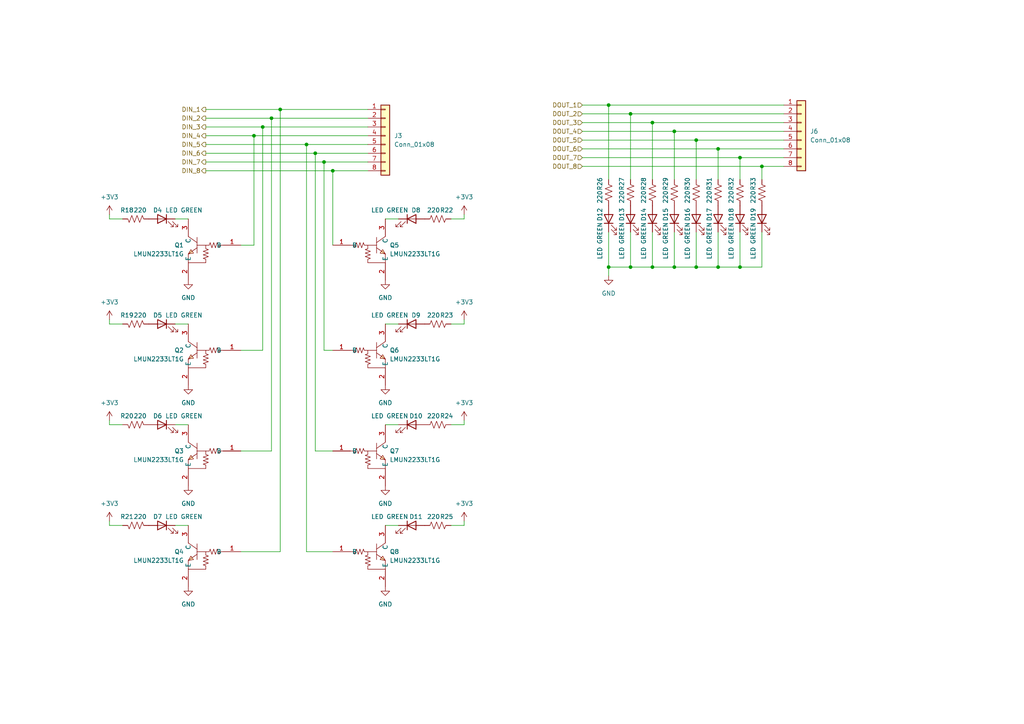
<source format=kicad_sch>
(kicad_sch (version 20211123) (generator eeschema)

  (uuid fcdcba73-d621-4ee1-b68e-c88da264014a)

  (paper "A4")

  (lib_symbols
    (symbol "Connector_Generic:Conn_01x08" (pin_names (offset 1.016) hide) (in_bom yes) (on_board yes)
      (property "Reference" "J" (id 0) (at 0 10.16 0)
        (effects (font (size 1.27 1.27)))
      )
      (property "Value" "Conn_01x08" (id 1) (at 0 -12.7 0)
        (effects (font (size 1.27 1.27)))
      )
      (property "Footprint" "" (id 2) (at 0 0 0)
        (effects (font (size 1.27 1.27)) hide)
      )
      (property "Datasheet" "~" (id 3) (at 0 0 0)
        (effects (font (size 1.27 1.27)) hide)
      )
      (property "ki_keywords" "connector" (id 4) (at 0 0 0)
        (effects (font (size 1.27 1.27)) hide)
      )
      (property "ki_description" "Generic connector, single row, 01x08, script generated (kicad-library-utils/schlib/autogen/connector/)" (id 5) (at 0 0 0)
        (effects (font (size 1.27 1.27)) hide)
      )
      (property "ki_fp_filters" "Connector*:*_1x??_*" (id 6) (at 0 0 0)
        (effects (font (size 1.27 1.27)) hide)
      )
      (symbol "Conn_01x08_1_1"
        (rectangle (start -1.27 -10.033) (end 0 -10.287)
          (stroke (width 0.1524) (type default) (color 0 0 0 0))
          (fill (type none))
        )
        (rectangle (start -1.27 -7.493) (end 0 -7.747)
          (stroke (width 0.1524) (type default) (color 0 0 0 0))
          (fill (type none))
        )
        (rectangle (start -1.27 -4.953) (end 0 -5.207)
          (stroke (width 0.1524) (type default) (color 0 0 0 0))
          (fill (type none))
        )
        (rectangle (start -1.27 -2.413) (end 0 -2.667)
          (stroke (width 0.1524) (type default) (color 0 0 0 0))
          (fill (type none))
        )
        (rectangle (start -1.27 0.127) (end 0 -0.127)
          (stroke (width 0.1524) (type default) (color 0 0 0 0))
          (fill (type none))
        )
        (rectangle (start -1.27 2.667) (end 0 2.413)
          (stroke (width 0.1524) (type default) (color 0 0 0 0))
          (fill (type none))
        )
        (rectangle (start -1.27 5.207) (end 0 4.953)
          (stroke (width 0.1524) (type default) (color 0 0 0 0))
          (fill (type none))
        )
        (rectangle (start -1.27 7.747) (end 0 7.493)
          (stroke (width 0.1524) (type default) (color 0 0 0 0))
          (fill (type none))
        )
        (rectangle (start -1.27 8.89) (end 1.27 -11.43)
          (stroke (width 0.254) (type default) (color 0 0 0 0))
          (fill (type background))
        )
        (pin passive line (at -5.08 7.62 0) (length 3.81)
          (name "Pin_1" (effects (font (size 1.27 1.27))))
          (number "1" (effects (font (size 1.27 1.27))))
        )
        (pin passive line (at -5.08 5.08 0) (length 3.81)
          (name "Pin_2" (effects (font (size 1.27 1.27))))
          (number "2" (effects (font (size 1.27 1.27))))
        )
        (pin passive line (at -5.08 2.54 0) (length 3.81)
          (name "Pin_3" (effects (font (size 1.27 1.27))))
          (number "3" (effects (font (size 1.27 1.27))))
        )
        (pin passive line (at -5.08 0 0) (length 3.81)
          (name "Pin_4" (effects (font (size 1.27 1.27))))
          (number "4" (effects (font (size 1.27 1.27))))
        )
        (pin passive line (at -5.08 -2.54 0) (length 3.81)
          (name "Pin_5" (effects (font (size 1.27 1.27))))
          (number "5" (effects (font (size 1.27 1.27))))
        )
        (pin passive line (at -5.08 -5.08 0) (length 3.81)
          (name "Pin_6" (effects (font (size 1.27 1.27))))
          (number "6" (effects (font (size 1.27 1.27))))
        )
        (pin passive line (at -5.08 -7.62 0) (length 3.81)
          (name "Pin_7" (effects (font (size 1.27 1.27))))
          (number "7" (effects (font (size 1.27 1.27))))
        )
        (pin passive line (at -5.08 -10.16 0) (length 3.81)
          (name "Pin_8" (effects (font (size 1.27 1.27))))
          (number "8" (effects (font (size 1.27 1.27))))
        )
      )
    )
    (symbol "Device:LED" (pin_numbers hide) (pin_names (offset 1.016) hide) (in_bom yes) (on_board yes)
      (property "Reference" "D" (id 0) (at 0 2.54 0)
        (effects (font (size 1.27 1.27)))
      )
      (property "Value" "LED" (id 1) (at 0 -2.54 0)
        (effects (font (size 1.27 1.27)))
      )
      (property "Footprint" "" (id 2) (at 0 0 0)
        (effects (font (size 1.27 1.27)) hide)
      )
      (property "Datasheet" "~" (id 3) (at 0 0 0)
        (effects (font (size 1.27 1.27)) hide)
      )
      (property "ki_keywords" "LED diode" (id 4) (at 0 0 0)
        (effects (font (size 1.27 1.27)) hide)
      )
      (property "ki_description" "Light emitting diode" (id 5) (at 0 0 0)
        (effects (font (size 1.27 1.27)) hide)
      )
      (property "ki_fp_filters" "LED* LED_SMD:* LED_THT:*" (id 6) (at 0 0 0)
        (effects (font (size 1.27 1.27)) hide)
      )
      (symbol "LED_0_1"
        (polyline
          (pts
            (xy -1.27 -1.27)
            (xy -1.27 1.27)
          )
          (stroke (width 0.254) (type default) (color 0 0 0 0))
          (fill (type none))
        )
        (polyline
          (pts
            (xy -1.27 0)
            (xy 1.27 0)
          )
          (stroke (width 0) (type default) (color 0 0 0 0))
          (fill (type none))
        )
        (polyline
          (pts
            (xy 1.27 -1.27)
            (xy 1.27 1.27)
            (xy -1.27 0)
            (xy 1.27 -1.27)
          )
          (stroke (width 0.254) (type default) (color 0 0 0 0))
          (fill (type none))
        )
        (polyline
          (pts
            (xy -3.048 -0.762)
            (xy -4.572 -2.286)
            (xy -3.81 -2.286)
            (xy -4.572 -2.286)
            (xy -4.572 -1.524)
          )
          (stroke (width 0) (type default) (color 0 0 0 0))
          (fill (type none))
        )
        (polyline
          (pts
            (xy -1.778 -0.762)
            (xy -3.302 -2.286)
            (xy -2.54 -2.286)
            (xy -3.302 -2.286)
            (xy -3.302 -1.524)
          )
          (stroke (width 0) (type default) (color 0 0 0 0))
          (fill (type none))
        )
      )
      (symbol "LED_1_1"
        (pin passive line (at -3.81 0 0) (length 2.54)
          (name "K" (effects (font (size 1.27 1.27))))
          (number "1" (effects (font (size 1.27 1.27))))
        )
        (pin passive line (at 3.81 0 180) (length 2.54)
          (name "A" (effects (font (size 1.27 1.27))))
          (number "2" (effects (font (size 1.27 1.27))))
        )
      )
    )
    (symbol "Device:R_US" (pin_numbers hide) (pin_names (offset 0)) (in_bom yes) (on_board yes)
      (property "Reference" "R" (id 0) (at 2.54 0 90)
        (effects (font (size 1.27 1.27)))
      )
      (property "Value" "R_US" (id 1) (at -2.54 0 90)
        (effects (font (size 1.27 1.27)))
      )
      (property "Footprint" "" (id 2) (at 1.016 -0.254 90)
        (effects (font (size 1.27 1.27)) hide)
      )
      (property "Datasheet" "~" (id 3) (at 0 0 0)
        (effects (font (size 1.27 1.27)) hide)
      )
      (property "ki_keywords" "R res resistor" (id 4) (at 0 0 0)
        (effects (font (size 1.27 1.27)) hide)
      )
      (property "ki_description" "Resistor, US symbol" (id 5) (at 0 0 0)
        (effects (font (size 1.27 1.27)) hide)
      )
      (property "ki_fp_filters" "R_*" (id 6) (at 0 0 0)
        (effects (font (size 1.27 1.27)) hide)
      )
      (symbol "R_US_0_1"
        (polyline
          (pts
            (xy 0 -2.286)
            (xy 0 -2.54)
          )
          (stroke (width 0) (type default) (color 0 0 0 0))
          (fill (type none))
        )
        (polyline
          (pts
            (xy 0 2.286)
            (xy 0 2.54)
          )
          (stroke (width 0) (type default) (color 0 0 0 0))
          (fill (type none))
        )
        (polyline
          (pts
            (xy 0 -0.762)
            (xy 1.016 -1.143)
            (xy 0 -1.524)
            (xy -1.016 -1.905)
            (xy 0 -2.286)
          )
          (stroke (width 0) (type default) (color 0 0 0 0))
          (fill (type none))
        )
        (polyline
          (pts
            (xy 0 0.762)
            (xy 1.016 0.381)
            (xy 0 0)
            (xy -1.016 -0.381)
            (xy 0 -0.762)
          )
          (stroke (width 0) (type default) (color 0 0 0 0))
          (fill (type none))
        )
        (polyline
          (pts
            (xy 0 2.286)
            (xy 1.016 1.905)
            (xy 0 1.524)
            (xy -1.016 1.143)
            (xy 0 0.762)
          )
          (stroke (width 0) (type default) (color 0 0 0 0))
          (fill (type none))
        )
      )
      (symbol "R_US_1_1"
        (pin passive line (at 0 3.81 270) (length 1.27)
          (name "~" (effects (font (size 1.27 1.27))))
          (number "1" (effects (font (size 1.27 1.27))))
        )
        (pin passive line (at 0 -3.81 90) (length 1.27)
          (name "~" (effects (font (size 1.27 1.27))))
          (number "2" (effects (font (size 1.27 1.27))))
        )
      )
    )
    (symbol "LMUN2233:LMUN2233LT1G" (in_bom yes) (on_board yes)
      (property "Reference" "Q" (id 0) (at 0 13.97 0)
        (effects (font (size 1.27 1.27)))
      )
      (property "Value" "LMUN2233LT1G" (id 1) (at 0 -13.97 0)
        (effects (font (size 1.27 1.27)))
      )
      (property "Footprint" "LMUN2233LT1G:SOT-23-3_L2.9-W1.6-P1.90-LS2.8-BR" (id 2) (at 0 -16.51 0)
        (effects (font (size 1.27 1.27)) hide)
      )
      (property "Datasheet" "https://lcsc.com/product-detail/Digital-Transistors_LMUN2233LT1G_C12777.html" (id 3) (at 0 -19.05 0)
        (effects (font (size 1.27 1.27)) hide)
      )
      (property "Manufacturer" "LRC(乐山无线电)" (id 4) (at 0 -21.59 0)
        (effects (font (size 1.27 1.27)) hide)
      )
      (property "LCSC Part" "C12777" (id 5) (at 0 -24.13 0)
        (effects (font (size 1.27 1.27)) hide)
      )
      (property "JLC Part" "Extended Part" (id 6) (at 0 -26.67 0)
        (effects (font (size 1.27 1.27)) hide)
      )
      (symbol "LMUN2233LT1G_0_1"
        (polyline
          (pts
            (xy 5.08 -1.02)
            (xy 5.08 3.56)
          )
          (stroke (width 0) (type default) (color 0 0 0 0))
          (fill (type none))
        )
        (polyline
          (pts
            (xy 5.08 2.03)
            (xy 7.62 3.81)
          )
          (stroke (width 0) (type default) (color 0 0 0 0))
          (fill (type none))
        )
        (polyline
          (pts
            (xy 5.84 0)
            (xy 5.08 0.51)
          )
          (stroke (width 0) (type default) (color 0 0 0 0))
          (fill (type none))
        )
        (polyline
          (pts
            (xy 5.84 0)
            (xy 7.62 -1.27)
            (xy 7.62 -3.81)
            (xy 2.54 -3.81)
          )
          (stroke (width 0) (type default) (color 0 0 0 0))
          (fill (type none))
        )
        (polyline
          (pts
            (xy 7.62 -1.27)
            (xy 6.1 -1.02)
            (xy 6.86 0)
            (xy 7.62 -1.27)
          )
          (stroke (width 0) (type default) (color 0 0 0 0))
          (fill (type background))
        )
        (polyline
          (pts
            (xy 2.54 -3.81)
            (xy 2.54 -2.79)
            (xy 3.3 -2.54)
            (xy 1.78 -2.03)
            (xy 3.3 -1.52)
            (xy 1.78 -1.02)
            (xy 3.3 -0.51)
            (xy 1.78 0)
            (xy 2.54 0.25)
            (xy 2.54 1.27)
          )
          (stroke (width 0) (type default) (color 0 0 0 0))
          (fill (type none))
        )
        (polyline
          (pts
            (xy -2.54 1.27)
            (xy -1.52 1.27)
            (xy -1.27 0.51)
            (xy -0.76 2.03)
            (xy -0.25 0.51)
            (xy 0.25 2.03)
            (xy 0.76 0.51)
            (xy 1.27 2.03)
            (xy 1.52 1.27)
            (xy 2.54 1.27)
            (xy 5.08 1.27)
          )
          (stroke (width 0) (type default) (color 0 0 0 0))
          (fill (type none))
        )
        (pin unspecified line (at -7.62 1.27 0) (length 5.08)
          (name "B" (effects (font (size 1.27 1.27))))
          (number "1" (effects (font (size 1.27 1.27))))
        )
        (pin unspecified line (at 7.62 -8.89 90) (length 5.08)
          (name "E" (effects (font (size 1.27 1.27))))
          (number "2" (effects (font (size 1.27 1.27))))
        )
        (pin unspecified line (at 7.62 8.89 270) (length 5.08)
          (name "C" (effects (font (size 1.27 1.27))))
          (number "3" (effects (font (size 1.27 1.27))))
        )
      )
    )
    (symbol "power:+3V3" (power) (pin_names (offset 0)) (in_bom yes) (on_board yes)
      (property "Reference" "#PWR" (id 0) (at 0 -3.81 0)
        (effects (font (size 1.27 1.27)) hide)
      )
      (property "Value" "+3V3" (id 1) (at 0 3.556 0)
        (effects (font (size 1.27 1.27)))
      )
      (property "Footprint" "" (id 2) (at 0 0 0)
        (effects (font (size 1.27 1.27)) hide)
      )
      (property "Datasheet" "" (id 3) (at 0 0 0)
        (effects (font (size 1.27 1.27)) hide)
      )
      (property "ki_keywords" "global power" (id 4) (at 0 0 0)
        (effects (font (size 1.27 1.27)) hide)
      )
      (property "ki_description" "Power symbol creates a global label with name \"+3V3\"" (id 5) (at 0 0 0)
        (effects (font (size 1.27 1.27)) hide)
      )
      (symbol "+3V3_0_1"
        (polyline
          (pts
            (xy -0.762 1.27)
            (xy 0 2.54)
          )
          (stroke (width 0) (type default) (color 0 0 0 0))
          (fill (type none))
        )
        (polyline
          (pts
            (xy 0 0)
            (xy 0 2.54)
          )
          (stroke (width 0) (type default) (color 0 0 0 0))
          (fill (type none))
        )
        (polyline
          (pts
            (xy 0 2.54)
            (xy 0.762 1.27)
          )
          (stroke (width 0) (type default) (color 0 0 0 0))
          (fill (type none))
        )
      )
      (symbol "+3V3_1_1"
        (pin power_in line (at 0 0 90) (length 0) hide
          (name "+3V3" (effects (font (size 1.27 1.27))))
          (number "1" (effects (font (size 1.27 1.27))))
        )
      )
    )
    (symbol "power:GND" (power) (pin_names (offset 0)) (in_bom yes) (on_board yes)
      (property "Reference" "#PWR" (id 0) (at 0 -6.35 0)
        (effects (font (size 1.27 1.27)) hide)
      )
      (property "Value" "GND" (id 1) (at 0 -3.81 0)
        (effects (font (size 1.27 1.27)))
      )
      (property "Footprint" "" (id 2) (at 0 0 0)
        (effects (font (size 1.27 1.27)) hide)
      )
      (property "Datasheet" "" (id 3) (at 0 0 0)
        (effects (font (size 1.27 1.27)) hide)
      )
      (property "ki_keywords" "global power" (id 4) (at 0 0 0)
        (effects (font (size 1.27 1.27)) hide)
      )
      (property "ki_description" "Power symbol creates a global label with name \"GND\" , ground" (id 5) (at 0 0 0)
        (effects (font (size 1.27 1.27)) hide)
      )
      (symbol "GND_0_1"
        (polyline
          (pts
            (xy 0 0)
            (xy 0 -1.27)
            (xy 1.27 -1.27)
            (xy 0 -2.54)
            (xy -1.27 -1.27)
            (xy 0 -1.27)
          )
          (stroke (width 0) (type default) (color 0 0 0 0))
          (fill (type none))
        )
      )
      (symbol "GND_1_1"
        (pin power_in line (at 0 0 270) (length 0) hide
          (name "GND" (effects (font (size 1.27 1.27))))
          (number "1" (effects (font (size 1.27 1.27))))
        )
      )
    )
  )

  (junction (at 189.23 77.47) (diameter 0) (color 0 0 0 0)
    (uuid 07d156d9-3dd6-43de-9cc0-e15aec69a585)
  )
  (junction (at 214.63 77.47) (diameter 0) (color 0 0 0 0)
    (uuid 09a26e3e-02f8-4a25-91b4-bc3d209bc9c1)
  )
  (junction (at 91.44 44.45) (diameter 0) (color 0 0 0 0)
    (uuid 16c4d01f-5a41-4c23-a71a-02178562239c)
  )
  (junction (at 96.52 49.53) (diameter 0) (color 0 0 0 0)
    (uuid 25668c82-65ca-49cf-95f8-6132d6d84cfd)
  )
  (junction (at 73.66 39.37) (diameter 0) (color 0 0 0 0)
    (uuid 33c74d34-41ec-41ad-a7fa-4b2d61b4acdb)
  )
  (junction (at 208.28 43.18) (diameter 0) (color 0 0 0 0)
    (uuid 39afe2eb-7835-45e0-aaac-48f512894223)
  )
  (junction (at 208.28 77.47) (diameter 0) (color 0 0 0 0)
    (uuid 3e0204f9-e24b-4e62-be71-9d108366370d)
  )
  (junction (at 201.93 77.47) (diameter 0) (color 0 0 0 0)
    (uuid 40bd83a7-b8c5-4467-b134-d49942019272)
  )
  (junction (at 76.2 36.83) (diameter 0) (color 0 0 0 0)
    (uuid 4398480d-c008-407b-8b38-3bbf531ef568)
  )
  (junction (at 214.63 45.72) (diameter 0) (color 0 0 0 0)
    (uuid 6dbf1275-0eb3-481e-8570-89430e250405)
  )
  (junction (at 176.53 30.48) (diameter 0) (color 0 0 0 0)
    (uuid 6f1366d6-9fc7-4cde-84e0-2c26729c15cb)
  )
  (junction (at 182.88 33.02) (diameter 0) (color 0 0 0 0)
    (uuid 7ff9ac51-dce9-480d-b327-237b854e2baa)
  )
  (junction (at 182.88 77.47) (diameter 0) (color 0 0 0 0)
    (uuid 94241089-8917-4666-bfc1-7dda7f8dfab1)
  )
  (junction (at 88.9 41.91) (diameter 0) (color 0 0 0 0)
    (uuid 961d9768-4a1c-4dc2-a880-b28ada92647d)
  )
  (junction (at 195.58 38.1) (diameter 0) (color 0 0 0 0)
    (uuid ac67e62a-de09-45f2-bdd0-cba00891c6cb)
  )
  (junction (at 220.98 48.26) (diameter 0) (color 0 0 0 0)
    (uuid bc88951b-a2e8-424f-906a-d5faf611d79b)
  )
  (junction (at 189.23 35.56) (diameter 0) (color 0 0 0 0)
    (uuid bf97292a-e5b4-4c1d-8f23-fdab2b6bf216)
  )
  (junction (at 78.74 34.29) (diameter 0) (color 0 0 0 0)
    (uuid c7c9b125-5fa8-4645-82c2-ebf41cb30a9e)
  )
  (junction (at 93.98 46.99) (diameter 0) (color 0 0 0 0)
    (uuid c93b6c31-564c-41b2-9ff5-b5d24a3cde97)
  )
  (junction (at 201.93 40.64) (diameter 0) (color 0 0 0 0)
    (uuid ce67e6bd-b919-4718-9b55-58b7b4c9ef7e)
  )
  (junction (at 195.58 77.47) (diameter 0) (color 0 0 0 0)
    (uuid dd96c539-2efd-40e4-a59f-a3403b647f3c)
  )
  (junction (at 81.28 31.75) (diameter 0) (color 0 0 0 0)
    (uuid e740300c-7aa4-4495-9fe8-6d17d1d1cb2b)
  )
  (junction (at 176.53 77.47) (diameter 0) (color 0 0 0 0)
    (uuid f25ccabe-fa9b-40e1-932c-fbdb78fcf7c6)
  )

  (wire (pts (xy 201.93 67.31) (xy 201.93 77.47))
    (stroke (width 0) (type default) (color 0 0 0 0))
    (uuid 01f19abb-a4ac-4b45-907b-de78b47ad80f)
  )
  (wire (pts (xy 182.88 77.47) (xy 189.23 77.47))
    (stroke (width 0) (type default) (color 0 0 0 0))
    (uuid 0534ab23-3b74-4285-b645-be4079d872bc)
  )
  (wire (pts (xy 78.74 130.81) (xy 69.85 130.81))
    (stroke (width 0) (type default) (color 0 0 0 0))
    (uuid 07ea2628-e42e-4cb6-b456-72a0d988ebeb)
  )
  (wire (pts (xy 81.28 31.75) (xy 106.68 31.75))
    (stroke (width 0) (type default) (color 0 0 0 0))
    (uuid 08253349-83d0-4de9-b856-78de065865bc)
  )
  (wire (pts (xy 59.69 44.45) (xy 91.44 44.45))
    (stroke (width 0) (type default) (color 0 0 0 0))
    (uuid 102cbf62-7a28-48fd-85f3-83dc5201f204)
  )
  (wire (pts (xy 78.74 34.29) (xy 106.68 34.29))
    (stroke (width 0) (type default) (color 0 0 0 0))
    (uuid 110306cd-acf1-45d3-a8e9-09e92bdd54dd)
  )
  (wire (pts (xy 73.66 39.37) (xy 106.68 39.37))
    (stroke (width 0) (type default) (color 0 0 0 0))
    (uuid 1175bb39-ffdf-4e7a-884e-750f9cf43791)
  )
  (wire (pts (xy 91.44 44.45) (xy 91.44 130.81))
    (stroke (width 0) (type default) (color 0 0 0 0))
    (uuid 1182600d-b76a-412d-8f90-77adc0513967)
  )
  (wire (pts (xy 91.44 130.81) (xy 96.52 130.81))
    (stroke (width 0) (type default) (color 0 0 0 0))
    (uuid 127aec71-dba2-41a7-98a9-b814310457e9)
  )
  (wire (pts (xy 69.85 71.12) (xy 73.66 71.12))
    (stroke (width 0) (type default) (color 0 0 0 0))
    (uuid 14052adb-9f7d-4e54-a80d-45e4b6b25004)
  )
  (wire (pts (xy 134.62 92.71) (xy 134.62 93.98))
    (stroke (width 0) (type default) (color 0 0 0 0))
    (uuid 149b2f9b-2d5e-4b9f-b569-4ff73ccbc994)
  )
  (wire (pts (xy 96.52 101.6) (xy 93.98 101.6))
    (stroke (width 0) (type default) (color 0 0 0 0))
    (uuid 16f34e32-c4a3-44e0-a807-7cea43939c60)
  )
  (wire (pts (xy 111.76 123.19) (xy 115.57 123.19))
    (stroke (width 0) (type default) (color 0 0 0 0))
    (uuid 1b46425e-32f5-41ae-a214-ab1e2b7d5776)
  )
  (wire (pts (xy 59.69 46.99) (xy 93.98 46.99))
    (stroke (width 0) (type default) (color 0 0 0 0))
    (uuid 1bce30ca-b4f0-40a5-8dac-a3e1f7c56633)
  )
  (wire (pts (xy 214.63 45.72) (xy 227.33 45.72))
    (stroke (width 0) (type default) (color 0 0 0 0))
    (uuid 1cfbdfbd-23c2-4411-95e4-99c3bb266c78)
  )
  (wire (pts (xy 134.62 121.92) (xy 134.62 123.19))
    (stroke (width 0) (type default) (color 0 0 0 0))
    (uuid 1d2bbe68-055a-4961-958e-988b70d721a7)
  )
  (wire (pts (xy 189.23 35.56) (xy 227.33 35.56))
    (stroke (width 0) (type default) (color 0 0 0 0))
    (uuid 1e576781-a8c8-4d07-b360-58c798419177)
  )
  (wire (pts (xy 78.74 34.29) (xy 78.74 130.81))
    (stroke (width 0) (type default) (color 0 0 0 0))
    (uuid 206b4e2e-9ab6-4fb2-be94-cf7e320c82de)
  )
  (wire (pts (xy 73.66 71.12) (xy 73.66 39.37))
    (stroke (width 0) (type default) (color 0 0 0 0))
    (uuid 21c04b04-e1bf-423b-b279-5c1c0a045cb4)
  )
  (wire (pts (xy 182.88 67.31) (xy 182.88 77.47))
    (stroke (width 0) (type default) (color 0 0 0 0))
    (uuid 250ca09c-ef9c-4c1d-a9c3-e7bc0741de3b)
  )
  (wire (pts (xy 195.58 77.47) (xy 201.93 77.47))
    (stroke (width 0) (type default) (color 0 0 0 0))
    (uuid 2915c6fc-ea01-4706-8dc7-3a8ffc803324)
  )
  (wire (pts (xy 31.75 151.13) (xy 31.75 152.4))
    (stroke (width 0) (type default) (color 0 0 0 0))
    (uuid 2ad3f5ec-1630-4b35-8750-a55ebdfd1ead)
  )
  (wire (pts (xy 59.69 36.83) (xy 76.2 36.83))
    (stroke (width 0) (type default) (color 0 0 0 0))
    (uuid 2ba34313-9b97-41f1-a64f-083d8c0cf141)
  )
  (wire (pts (xy 35.56 123.19) (xy 31.75 123.19))
    (stroke (width 0) (type default) (color 0 0 0 0))
    (uuid 2ccefbd1-fe29-4f89-af67-c2b44a296a72)
  )
  (wire (pts (xy 59.69 31.75) (xy 81.28 31.75))
    (stroke (width 0) (type default) (color 0 0 0 0))
    (uuid 2dae92bb-e43a-44c8-ac20-1d273821226b)
  )
  (wire (pts (xy 208.28 43.18) (xy 227.33 43.18))
    (stroke (width 0) (type default) (color 0 0 0 0))
    (uuid 2df0f222-b8fa-4e77-9c5b-4d5be6d57b68)
  )
  (wire (pts (xy 76.2 36.83) (xy 106.68 36.83))
    (stroke (width 0) (type default) (color 0 0 0 0))
    (uuid 2f924404-c4b3-47a6-9412-c73afa80b3ac)
  )
  (wire (pts (xy 168.91 38.1) (xy 195.58 38.1))
    (stroke (width 0) (type default) (color 0 0 0 0))
    (uuid 3066d0de-d331-4341-9b18-72ee6131220b)
  )
  (wire (pts (xy 31.75 62.23) (xy 31.75 63.5))
    (stroke (width 0) (type default) (color 0 0 0 0))
    (uuid 3309808a-0376-4fac-9bc9-c2ca45de726a)
  )
  (wire (pts (xy 176.53 77.47) (xy 182.88 77.47))
    (stroke (width 0) (type default) (color 0 0 0 0))
    (uuid 35f030a6-21d7-4020-a5a3-91c7c3b13389)
  )
  (wire (pts (xy 214.63 45.72) (xy 214.63 52.07))
    (stroke (width 0) (type default) (color 0 0 0 0))
    (uuid 36cef054-9c77-48c1-846b-451152c6a63a)
  )
  (wire (pts (xy 93.98 46.99) (xy 93.98 101.6))
    (stroke (width 0) (type default) (color 0 0 0 0))
    (uuid 37740900-fd4c-4b65-aab1-ab6cddfe54cf)
  )
  (wire (pts (xy 214.63 77.47) (xy 220.98 77.47))
    (stroke (width 0) (type default) (color 0 0 0 0))
    (uuid 37d638fb-9b1b-4a93-8f6a-3cddb518dde0)
  )
  (wire (pts (xy 96.52 49.53) (xy 106.68 49.53))
    (stroke (width 0) (type default) (color 0 0 0 0))
    (uuid 3a23b7f8-563b-4af5-8a8a-1a1700a47922)
  )
  (wire (pts (xy 88.9 41.91) (xy 88.9 160.02))
    (stroke (width 0) (type default) (color 0 0 0 0))
    (uuid 3d77eafa-a7c5-4386-9f76-c9630fb2edbe)
  )
  (wire (pts (xy 88.9 160.02) (xy 96.52 160.02))
    (stroke (width 0) (type default) (color 0 0 0 0))
    (uuid 40de7b76-460a-4d7f-a744-9f81492a0e03)
  )
  (wire (pts (xy 76.2 101.6) (xy 69.85 101.6))
    (stroke (width 0) (type default) (color 0 0 0 0))
    (uuid 4237303b-1e81-4151-aaea-82ccb70ad3df)
  )
  (wire (pts (xy 176.53 30.48) (xy 176.53 52.07))
    (stroke (width 0) (type default) (color 0 0 0 0))
    (uuid 4853240b-f3ca-4b9d-b881-8895a7ced2c2)
  )
  (wire (pts (xy 220.98 48.26) (xy 220.98 52.07))
    (stroke (width 0) (type default) (color 0 0 0 0))
    (uuid 4a141f03-61f2-4d42-9695-6d329ec56edb)
  )
  (wire (pts (xy 59.69 39.37) (xy 73.66 39.37))
    (stroke (width 0) (type default) (color 0 0 0 0))
    (uuid 4c423c83-f82e-48c1-bd21-d418e777c074)
  )
  (wire (pts (xy 208.28 43.18) (xy 208.28 52.07))
    (stroke (width 0) (type default) (color 0 0 0 0))
    (uuid 502b05bc-6328-46f4-971e-fbea3d24dd61)
  )
  (wire (pts (xy 96.52 49.53) (xy 96.52 71.12))
    (stroke (width 0) (type default) (color 0 0 0 0))
    (uuid 5287d5fb-e4d5-403a-af6e-2385d6563766)
  )
  (wire (pts (xy 76.2 36.83) (xy 76.2 101.6))
    (stroke (width 0) (type default) (color 0 0 0 0))
    (uuid 58bdea93-d470-4c39-a889-c6f32b6ef14c)
  )
  (wire (pts (xy 189.23 67.31) (xy 189.23 77.47))
    (stroke (width 0) (type default) (color 0 0 0 0))
    (uuid 5bac9f20-b21b-4aab-be41-cb3caa8c126d)
  )
  (wire (pts (xy 130.81 123.19) (xy 134.62 123.19))
    (stroke (width 0) (type default) (color 0 0 0 0))
    (uuid 647654a1-4f64-497f-953a-5809ab44ffcc)
  )
  (wire (pts (xy 220.98 77.47) (xy 220.98 67.31))
    (stroke (width 0) (type default) (color 0 0 0 0))
    (uuid 65d50bc0-25c3-46d2-94c9-11a4f71b6e9d)
  )
  (wire (pts (xy 182.88 33.02) (xy 182.88 52.07))
    (stroke (width 0) (type default) (color 0 0 0 0))
    (uuid 69274bec-8015-4c9f-ba53-dbefd8355cc0)
  )
  (wire (pts (xy 130.81 63.5) (xy 134.62 63.5))
    (stroke (width 0) (type default) (color 0 0 0 0))
    (uuid 6b0cd633-c40e-4e83-a742-76804fd5cea9)
  )
  (wire (pts (xy 176.53 30.48) (xy 227.33 30.48))
    (stroke (width 0) (type default) (color 0 0 0 0))
    (uuid 6d56cbc8-e948-40ac-9342-dae3f9e2e26e)
  )
  (wire (pts (xy 168.91 43.18) (xy 208.28 43.18))
    (stroke (width 0) (type default) (color 0 0 0 0))
    (uuid 72ff01e5-c9db-4242-8361-4cca8ce2036c)
  )
  (wire (pts (xy 176.53 77.47) (xy 176.53 80.01))
    (stroke (width 0) (type default) (color 0 0 0 0))
    (uuid 73649575-04a8-4fcf-bd60-82ca1d172148)
  )
  (wire (pts (xy 93.98 46.99) (xy 106.68 46.99))
    (stroke (width 0) (type default) (color 0 0 0 0))
    (uuid 744e9bf6-5bda-4c20-8028-6277bf16d459)
  )
  (wire (pts (xy 208.28 77.47) (xy 214.63 77.47))
    (stroke (width 0) (type default) (color 0 0 0 0))
    (uuid 7b2b8d2b-b75a-4af0-bc36-8577ac1a7d78)
  )
  (wire (pts (xy 134.62 151.13) (xy 134.62 152.4))
    (stroke (width 0) (type default) (color 0 0 0 0))
    (uuid 7d1f2139-7735-45ff-9a5b-14dd03e401af)
  )
  (wire (pts (xy 31.75 92.71) (xy 31.75 93.98))
    (stroke (width 0) (type default) (color 0 0 0 0))
    (uuid 7f9bcc68-70cd-438f-804d-2a0216966a50)
  )
  (wire (pts (xy 35.56 152.4) (xy 31.75 152.4))
    (stroke (width 0) (type default) (color 0 0 0 0))
    (uuid 80ef85c9-ef6e-4b5d-ad7d-3327010e2bbc)
  )
  (wire (pts (xy 201.93 40.64) (xy 227.33 40.64))
    (stroke (width 0) (type default) (color 0 0 0 0))
    (uuid 8141dfc2-474a-4b14-b3a3-45e03bf2ccb8)
  )
  (wire (pts (xy 130.81 152.4) (xy 134.62 152.4))
    (stroke (width 0) (type default) (color 0 0 0 0))
    (uuid 847f5506-e325-49d8-9b5a-e593ee1dc0c3)
  )
  (wire (pts (xy 91.44 44.45) (xy 106.68 44.45))
    (stroke (width 0) (type default) (color 0 0 0 0))
    (uuid 853b4948-092d-4811-b4c6-ab3b7899a2e4)
  )
  (wire (pts (xy 111.76 63.5) (xy 115.57 63.5))
    (stroke (width 0) (type default) (color 0 0 0 0))
    (uuid 884758fa-8ba7-4840-ae61-0693025371bc)
  )
  (wire (pts (xy 168.91 33.02) (xy 182.88 33.02))
    (stroke (width 0) (type default) (color 0 0 0 0))
    (uuid 8dc39789-df7a-4097-8d5d-9696a0380d8a)
  )
  (wire (pts (xy 54.61 123.19) (xy 50.8 123.19))
    (stroke (width 0) (type default) (color 0 0 0 0))
    (uuid 8dd7e65f-f9fd-4c01-832d-893152be8a7b)
  )
  (wire (pts (xy 201.93 40.64) (xy 201.93 52.07))
    (stroke (width 0) (type default) (color 0 0 0 0))
    (uuid 8e668183-b7fd-4c9e-a752-27e662c8bf3a)
  )
  (wire (pts (xy 59.69 34.29) (xy 78.74 34.29))
    (stroke (width 0) (type default) (color 0 0 0 0))
    (uuid 90681bfd-c0e3-4d2e-ae44-ac1acf57891d)
  )
  (wire (pts (xy 214.63 67.31) (xy 214.63 77.47))
    (stroke (width 0) (type default) (color 0 0 0 0))
    (uuid 91541f4d-f057-442d-86df-7759dd4e8ffa)
  )
  (wire (pts (xy 59.69 41.91) (xy 88.9 41.91))
    (stroke (width 0) (type default) (color 0 0 0 0))
    (uuid 93262aff-b2d3-464c-a34d-c2e13f0cb3e6)
  )
  (wire (pts (xy 54.61 63.5) (xy 50.8 63.5))
    (stroke (width 0) (type default) (color 0 0 0 0))
    (uuid 977e53a8-51e4-4732-b1ba-69af00494036)
  )
  (wire (pts (xy 54.61 152.4) (xy 50.8 152.4))
    (stroke (width 0) (type default) (color 0 0 0 0))
    (uuid 97b1447e-a80e-4899-a528-64ef6ef1b31e)
  )
  (wire (pts (xy 182.88 33.02) (xy 227.33 33.02))
    (stroke (width 0) (type default) (color 0 0 0 0))
    (uuid 98043c07-9138-487f-8fa2-067d86ef39d8)
  )
  (wire (pts (xy 189.23 77.47) (xy 195.58 77.47))
    (stroke (width 0) (type default) (color 0 0 0 0))
    (uuid 9d509052-18b6-446b-a138-ae04042b134d)
  )
  (wire (pts (xy 195.58 38.1) (xy 227.33 38.1))
    (stroke (width 0) (type default) (color 0 0 0 0))
    (uuid a4c0753d-f39c-4089-a2d0-3d91c93c9b9c)
  )
  (wire (pts (xy 88.9 41.91) (xy 106.68 41.91))
    (stroke (width 0) (type default) (color 0 0 0 0))
    (uuid a5ee0327-60d8-47b7-80c8-1047bb82d627)
  )
  (wire (pts (xy 35.56 63.5) (xy 31.75 63.5))
    (stroke (width 0) (type default) (color 0 0 0 0))
    (uuid ac506c4d-d82e-432e-9614-ba20e9144957)
  )
  (wire (pts (xy 168.91 35.56) (xy 189.23 35.56))
    (stroke (width 0) (type default) (color 0 0 0 0))
    (uuid ad301f6c-9893-436b-bf34-01972a52c91d)
  )
  (wire (pts (xy 111.76 93.98) (xy 115.57 93.98))
    (stroke (width 0) (type default) (color 0 0 0 0))
    (uuid b5e8546c-eae3-4a26-997e-7f842520f76a)
  )
  (wire (pts (xy 195.58 67.31) (xy 195.58 77.47))
    (stroke (width 0) (type default) (color 0 0 0 0))
    (uuid b727ed9f-616e-4d1a-abb2-d26611748a55)
  )
  (wire (pts (xy 195.58 38.1) (xy 195.58 52.07))
    (stroke (width 0) (type default) (color 0 0 0 0))
    (uuid ba68bc2c-d14d-4eb6-8bf8-b172478beb49)
  )
  (wire (pts (xy 81.28 160.02) (xy 69.85 160.02))
    (stroke (width 0) (type default) (color 0 0 0 0))
    (uuid ba9234ac-4cb5-4828-af95-3c3f7b3bb04a)
  )
  (wire (pts (xy 168.91 48.26) (xy 220.98 48.26))
    (stroke (width 0) (type default) (color 0 0 0 0))
    (uuid c0326e9e-0fd8-4bb9-a17a-56b964867a62)
  )
  (wire (pts (xy 220.98 48.26) (xy 227.33 48.26))
    (stroke (width 0) (type default) (color 0 0 0 0))
    (uuid c11371ca-10b7-48c4-b075-67fdb69a1ff6)
  )
  (wire (pts (xy 54.61 93.98) (xy 50.8 93.98))
    (stroke (width 0) (type default) (color 0 0 0 0))
    (uuid c5c8932a-d6f5-4e92-93b5-e90e6972fd02)
  )
  (wire (pts (xy 31.75 121.92) (xy 31.75 123.19))
    (stroke (width 0) (type default) (color 0 0 0 0))
    (uuid caa66215-e029-4b99-9b2b-1557f8ba5a6d)
  )
  (wire (pts (xy 208.28 67.31) (xy 208.28 77.47))
    (stroke (width 0) (type default) (color 0 0 0 0))
    (uuid cd13028a-bca4-44cb-b25a-f90a7b68f0ae)
  )
  (wire (pts (xy 168.91 45.72) (xy 214.63 45.72))
    (stroke (width 0) (type default) (color 0 0 0 0))
    (uuid cd426ded-8cc3-465f-a5d5-918b76298e52)
  )
  (wire (pts (xy 111.76 152.4) (xy 115.57 152.4))
    (stroke (width 0) (type default) (color 0 0 0 0))
    (uuid cf1c1362-0f1d-47cb-bb77-639885c472e1)
  )
  (wire (pts (xy 176.53 67.31) (xy 176.53 77.47))
    (stroke (width 0) (type default) (color 0 0 0 0))
    (uuid d13af925-6896-413f-be6a-1f83870c1c3b)
  )
  (wire (pts (xy 201.93 77.47) (xy 208.28 77.47))
    (stroke (width 0) (type default) (color 0 0 0 0))
    (uuid dba583d3-ef24-4878-97d7-e657f7bc4d98)
  )
  (wire (pts (xy 168.91 30.48) (xy 176.53 30.48))
    (stroke (width 0) (type default) (color 0 0 0 0))
    (uuid e489be0f-62c9-4df5-afab-8730555ab79c)
  )
  (wire (pts (xy 189.23 35.56) (xy 189.23 52.07))
    (stroke (width 0) (type default) (color 0 0 0 0))
    (uuid e7702ba6-022e-4d08-b1e0-05ea7d5790ee)
  )
  (wire (pts (xy 81.28 31.75) (xy 81.28 160.02))
    (stroke (width 0) (type default) (color 0 0 0 0))
    (uuid e87d73f1-bce3-4d0f-bc3f-77e7ea4a7f1e)
  )
  (wire (pts (xy 59.69 49.53) (xy 96.52 49.53))
    (stroke (width 0) (type default) (color 0 0 0 0))
    (uuid e88aa9a5-12c8-4ad4-ae8c-c07a1b74b988)
  )
  (wire (pts (xy 35.56 93.98) (xy 31.75 93.98))
    (stroke (width 0) (type default) (color 0 0 0 0))
    (uuid ea9c2558-82f1-4cbe-9245-d7fe9afd4a49)
  )
  (wire (pts (xy 134.62 62.23) (xy 134.62 63.5))
    (stroke (width 0) (type default) (color 0 0 0 0))
    (uuid f0714a1b-00e8-4f16-87fa-864de35513eb)
  )
  (wire (pts (xy 168.91 40.64) (xy 201.93 40.64))
    (stroke (width 0) (type default) (color 0 0 0 0))
    (uuid fc51c7d4-4ee5-4763-9bd1-3890f76402c9)
  )
  (wire (pts (xy 130.81 93.98) (xy 134.62 93.98))
    (stroke (width 0) (type default) (color 0 0 0 0))
    (uuid fef3ca7c-6258-4404-8557-7e152d8405a7)
  )

  (hierarchical_label "DIN_8" (shape output) (at 59.69 49.53 180)
    (effects (font (size 1.27 1.27)) (justify right))
    (uuid 0cb12d4b-90cd-4b6a-a748-7904f99ec1b5)
  )
  (hierarchical_label "DOUT_6" (shape input) (at 168.91 43.18 180)
    (effects (font (size 1.27 1.27)) (justify right))
    (uuid 11701227-04c9-40cb-bf97-7bc8f20a5fce)
  )
  (hierarchical_label "DIN_6" (shape output) (at 59.69 44.45 180)
    (effects (font (size 1.27 1.27)) (justify right))
    (uuid 20aa03ca-7700-4c96-a185-c762465e9617)
  )
  (hierarchical_label "DOUT_1" (shape input) (at 168.91 30.48 180)
    (effects (font (size 1.27 1.27)) (justify right))
    (uuid 2b3125a9-6c60-447e-8542-5fb47e795a3e)
  )
  (hierarchical_label "DIN_2" (shape output) (at 59.69 34.29 180)
    (effects (font (size 1.27 1.27)) (justify right))
    (uuid 59fb662e-9500-400a-b5c1-305bbbc1166a)
  )
  (hierarchical_label "DIN_1" (shape output) (at 59.69 31.75 180)
    (effects (font (size 1.27 1.27)) (justify right))
    (uuid 5f8025b6-4b32-49c4-96e3-8d1875663486)
  )
  (hierarchical_label "DIN_3" (shape output) (at 59.69 36.83 180)
    (effects (font (size 1.27 1.27)) (justify right))
    (uuid 7a08c508-9032-4f35-9621-b38538166706)
  )
  (hierarchical_label "DIN_5" (shape output) (at 59.69 41.91 180)
    (effects (font (size 1.27 1.27)) (justify right))
    (uuid 7f0b5d39-2adc-464c-9613-b843e2f68c2a)
  )
  (hierarchical_label "DOUT_4" (shape input) (at 168.91 38.1 180)
    (effects (font (size 1.27 1.27)) (justify right))
    (uuid 93c92c4d-5e60-46cb-9c2e-d5e2306886cc)
  )
  (hierarchical_label "DOUT_2" (shape input) (at 168.91 33.02 180)
    (effects (font (size 1.27 1.27)) (justify right))
    (uuid 99456fd7-bfd0-4998-81af-33c52f43e4e9)
  )
  (hierarchical_label "DIN_4" (shape output) (at 59.69 39.37 180)
    (effects (font (size 1.27 1.27)) (justify right))
    (uuid a5c6cf76-eaff-46aa-aa5e-fe4261dd4fea)
  )
  (hierarchical_label "DOUT_8" (shape input) (at 168.91 48.26 180)
    (effects (font (size 1.27 1.27)) (justify right))
    (uuid a88f4c0f-2217-4591-b39a-c5e45adbc48d)
  )
  (hierarchical_label "DOUT_7" (shape input) (at 168.91 45.72 180)
    (effects (font (size 1.27 1.27)) (justify right))
    (uuid a9f8fe8a-50dd-4bbc-90c8-78e41ac587e2)
  )
  (hierarchical_label "DOUT_5" (shape input) (at 168.91 40.64 180)
    (effects (font (size 1.27 1.27)) (justify right))
    (uuid b6fc280c-1dfb-4e1c-a1a5-6aafac918dc8)
  )
  (hierarchical_label "DIN_7" (shape output) (at 59.69 46.99 180)
    (effects (font (size 1.27 1.27)) (justify right))
    (uuid bfa1262a-ae90-4089-8b36-5f4f977e12e6)
  )
  (hierarchical_label "DOUT_3" (shape input) (at 168.91 35.56 180)
    (effects (font (size 1.27 1.27)) (justify right))
    (uuid f828c14b-3210-435e-ac9c-13f47c3bd02e)
  )

  (symbol (lib_id "Device:LED") (at 46.99 63.5 0) (mirror y) (unit 1)
    (in_bom yes) (on_board yes)
    (uuid 034a7945-cdee-45ae-bdd0-60952f892e91)
    (property "Reference" "D4" (id 0) (at 45.72 60.96 0))
    (property "Value" "LED GREEN" (id 1) (at 53.34 60.96 0))
    (property "Footprint" "LED_SMD:LED_0603_1608Metric" (id 2) (at 46.99 63.5 0)
      (effects (font (size 1.27 1.27)) hide)
    )
    (property "Datasheet" "~" (id 3) (at 46.99 63.5 0)
      (effects (font (size 1.27 1.27)) hide)
    )
    (property "LCSC" "C72043" (id 4) (at 46.99 63.5 0)
      (effects (font (size 1.27 1.27)) hide)
    )
    (pin "1" (uuid 37329e03-616a-4a1a-b7c9-623f7f188a9d))
    (pin "2" (uuid 7f9a776e-f582-4af1-b27d-db7650db520a))
  )

  (symbol (lib_id "Device:R_US") (at 214.63 55.88 0) (unit 1)
    (in_bom yes) (on_board yes)
    (uuid 06a6460d-1447-4199-a34a-8f3f01c7a50b)
    (property "Reference" "R32" (id 0) (at 212.09 53.34 90))
    (property "Value" "220" (id 1) (at 212.09 57.15 90))
    (property "Footprint" "Resistor_SMD:R_0402_1005Metric" (id 2) (at 215.646 56.134 90)
      (effects (font (size 1.27 1.27)) hide)
    )
    (property "Datasheet" "~" (id 3) (at 214.63 55.88 0)
      (effects (font (size 1.27 1.27)) hide)
    )
    (pin "1" (uuid 02d614ed-f7d9-4eaf-bf55-0003c0011e2d))
    (pin "2" (uuid a728a73a-78d6-4eeb-9b53-e1ad8a686944))
  )

  (symbol (lib_id "Device:R_US") (at 176.53 55.88 0) (unit 1)
    (in_bom yes) (on_board yes)
    (uuid 0729a51f-c8d0-4ce1-8bf4-10bc80927c00)
    (property "Reference" "R26" (id 0) (at 173.99 53.34 90))
    (property "Value" "220" (id 1) (at 173.99 57.15 90))
    (property "Footprint" "Resistor_SMD:R_0402_1005Metric" (id 2) (at 177.546 56.134 90)
      (effects (font (size 1.27 1.27)) hide)
    )
    (property "Datasheet" "~" (id 3) (at 176.53 55.88 0)
      (effects (font (size 1.27 1.27)) hide)
    )
    (pin "1" (uuid edcb28a3-f0ec-4cae-a218-aaee88dc187b))
    (pin "2" (uuid 9d7bdc9c-8a68-40e2-a169-3f9780e3893d))
  )

  (symbol (lib_id "power:GND") (at 54.61 170.18 0) (mirror y) (unit 1)
    (in_bom yes) (on_board yes) (fields_autoplaced)
    (uuid 09791e65-64a2-491b-a0cc-3c67c1714f4d)
    (property "Reference" "#PWR0156" (id 0) (at 54.61 176.53 0)
      (effects (font (size 1.27 1.27)) hide)
    )
    (property "Value" "GND" (id 1) (at 54.61 175.26 0))
    (property "Footprint" "" (id 2) (at 54.61 170.18 0)
      (effects (font (size 1.27 1.27)) hide)
    )
    (property "Datasheet" "" (id 3) (at 54.61 170.18 0)
      (effects (font (size 1.27 1.27)) hide)
    )
    (pin "1" (uuid 8a2b6d8e-9317-4391-90b4-7cb0898fcc67))
  )

  (symbol (lib_id "LMUN2233:LMUN2233LT1G") (at 62.23 132.08 0) (mirror y) (unit 1)
    (in_bom yes) (on_board yes) (fields_autoplaced)
    (uuid 0aa9201d-d0be-4356-aefb-fa1dce68a4f4)
    (property "Reference" "Q3" (id 0) (at 53.34 130.8099 0)
      (effects (font (size 1.27 1.27)) (justify left))
    )
    (property "Value" "LMUN2233LT1G" (id 1) (at 53.34 133.3499 0)
      (effects (font (size 1.27 1.27)) (justify left))
    )
    (property "Footprint" "LMUN2233:SOT-23-3_L2.9-W1.6-P1.90-LS2.8-BR" (id 2) (at 62.23 148.59 0)
      (effects (font (size 1.27 1.27)) hide)
    )
    (property "Datasheet" "https://lcsc.com/product-detail/Digital-Transistors_LMUN2233LT1G_C12777.html" (id 3) (at 62.23 151.13 0)
      (effects (font (size 1.27 1.27)) hide)
    )
    (property "Manufacturer" "LRC(乐山无线电)" (id 4) (at 62.23 153.67 0)
      (effects (font (size 1.27 1.27)) hide)
    )
    (property "LCSC" "C12777" (id 5) (at 62.23 156.21 0)
      (effects (font (size 1.27 1.27)) hide)
    )
    (property "JLC Part" "Extended Part" (id 6) (at 62.23 158.75 0)
      (effects (font (size 1.27 1.27)) hide)
    )
    (pin "1" (uuid 9a3fa2d9-7d82-454a-b3d3-387b5ba30ae3))
    (pin "2" (uuid 9b2ae4e0-b928-41d8-aa22-8b36446cefde))
    (pin "3" (uuid ae8ea7ff-884e-4c92-b5c5-4c1b53cbacc9))
  )

  (symbol (lib_id "Device:R_US") (at 189.23 55.88 0) (unit 1)
    (in_bom yes) (on_board yes)
    (uuid 105f892f-d732-4d44-aa44-278bc7885c5a)
    (property "Reference" "R28" (id 0) (at 186.69 53.34 90))
    (property "Value" "220" (id 1) (at 186.69 57.15 90))
    (property "Footprint" "Resistor_SMD:R_0402_1005Metric" (id 2) (at 190.246 56.134 90)
      (effects (font (size 1.27 1.27)) hide)
    )
    (property "Datasheet" "~" (id 3) (at 189.23 55.88 0)
      (effects (font (size 1.27 1.27)) hide)
    )
    (pin "1" (uuid cc0afc7f-7717-4e4d-8c64-28c2050d34c4))
    (pin "2" (uuid 792efee8-4a66-4d0b-be75-11c26655f9a7))
  )

  (symbol (lib_id "power:GND") (at 111.76 140.97 0) (unit 1)
    (in_bom yes) (on_board yes) (fields_autoplaced)
    (uuid 1060d5a0-0461-40d0-8b74-5e2f14f111e5)
    (property "Reference" "#PWR0163" (id 0) (at 111.76 147.32 0)
      (effects (font (size 1.27 1.27)) hide)
    )
    (property "Value" "GND" (id 1) (at 111.76 146.05 0))
    (property "Footprint" "" (id 2) (at 111.76 140.97 0)
      (effects (font (size 1.27 1.27)) hide)
    )
    (property "Datasheet" "" (id 3) (at 111.76 140.97 0)
      (effects (font (size 1.27 1.27)) hide)
    )
    (pin "1" (uuid 7b328911-1938-4d26-afdc-a68bb33693e9))
  )

  (symbol (lib_id "Device:LED") (at 208.28 63.5 90) (unit 1)
    (in_bom yes) (on_board yes)
    (uuid 11584198-8305-4660-82ce-2344a3ab0a90)
    (property "Reference" "D17" (id 0) (at 205.74 62.23 0))
    (property "Value" "LED GREEN" (id 1) (at 205.74 69.85 0))
    (property "Footprint" "LED_SMD:LED_0603_1608Metric" (id 2) (at 208.28 63.5 0)
      (effects (font (size 1.27 1.27)) hide)
    )
    (property "Datasheet" "~" (id 3) (at 208.28 63.5 0)
      (effects (font (size 1.27 1.27)) hide)
    )
    (property "LCSC" "C72043" (id 4) (at 208.28 63.5 0)
      (effects (font (size 1.27 1.27)) hide)
    )
    (pin "1" (uuid 6b289866-dea4-43b3-ac3b-c99d89354516))
    (pin "2" (uuid 025e2ae8-9ba4-4e2f-9a8a-9bd3d9f2ce40))
  )

  (symbol (lib_id "power:+3V3") (at 134.62 151.13 0) (unit 1)
    (in_bom yes) (on_board yes) (fields_autoplaced)
    (uuid 126d252d-b8de-43d2-8aeb-4bb21dd42716)
    (property "Reference" "#PWR0164" (id 0) (at 134.62 154.94 0)
      (effects (font (size 1.27 1.27)) hide)
    )
    (property "Value" "+3V3" (id 1) (at 134.62 146.05 0))
    (property "Footprint" "" (id 2) (at 134.62 151.13 0)
      (effects (font (size 1.27 1.27)) hide)
    )
    (property "Datasheet" "" (id 3) (at 134.62 151.13 0)
      (effects (font (size 1.27 1.27)) hide)
    )
    (pin "1" (uuid b3b7511e-56a7-46e7-8042-9c7bedf01509))
  )

  (symbol (lib_id "Connector_Generic:Conn_01x08") (at 111.76 39.37 0) (unit 1)
    (in_bom yes) (on_board yes) (fields_autoplaced)
    (uuid 12bf023e-7898-4dc6-a84f-863f730e714c)
    (property "Reference" "J3" (id 0) (at 114.3 39.3699 0)
      (effects (font (size 1.27 1.27)) (justify left))
    )
    (property "Value" "Conn_01x08" (id 1) (at 114.3 41.9099 0)
      (effects (font (size 1.27 1.27)) (justify left))
    )
    (property "Footprint" "TerminalBlock_Phoenix:TerminalBlock_Phoenix_PT-1,5-8-3.5-H_1x08_P3.50mm_Horizontal" (id 2) (at 111.76 39.37 0)
      (effects (font (size 1.27 1.27)) hide)
    )
    (property "Datasheet" "~" (id 3) (at 111.76 39.37 0)
      (effects (font (size 1.27 1.27)) hide)
    )
    (pin "1" (uuid fa57677d-471c-4c31-a52e-38a392a5edfd))
    (pin "2" (uuid be59b21c-f069-4a16-b6c4-da47810b249f))
    (pin "3" (uuid 8b8486da-a970-404d-b7d7-55a889d79024))
    (pin "4" (uuid e3545358-3b83-4447-858a-a6eb3bd32c9f))
    (pin "5" (uuid a7d154ca-1247-4bdf-a5d3-3e4204d407c6))
    (pin "6" (uuid 9c43d706-de0a-4e72-aeb7-69c14c378b73))
    (pin "7" (uuid 39c66e5e-490c-409b-a1ef-b6348ba2446d))
    (pin "8" (uuid 6f75911d-beb6-4993-bad0-e49c1bd25b0a))
  )

  (symbol (lib_id "power:GND") (at 111.76 170.18 0) (unit 1)
    (in_bom yes) (on_board yes) (fields_autoplaced)
    (uuid 1722f3a5-ad36-4c05-a23b-abe06baf569f)
    (property "Reference" "#PWR0167" (id 0) (at 111.76 176.53 0)
      (effects (font (size 1.27 1.27)) hide)
    )
    (property "Value" "GND" (id 1) (at 111.76 175.26 0))
    (property "Footprint" "" (id 2) (at 111.76 170.18 0)
      (effects (font (size 1.27 1.27)) hide)
    )
    (property "Datasheet" "" (id 3) (at 111.76 170.18 0)
      (effects (font (size 1.27 1.27)) hide)
    )
    (pin "1" (uuid a727142d-ce19-485c-aad8-033077cbacc7))
  )

  (symbol (lib_id "Device:LED") (at 189.23 63.5 90) (unit 1)
    (in_bom yes) (on_board yes)
    (uuid 193563f1-5b92-4279-b8ed-a8080f4ff34c)
    (property "Reference" "D14" (id 0) (at 186.69 62.23 0))
    (property "Value" "LED GREEN" (id 1) (at 186.69 69.85 0))
    (property "Footprint" "LED_SMD:LED_0603_1608Metric" (id 2) (at 189.23 63.5 0)
      (effects (font (size 1.27 1.27)) hide)
    )
    (property "Datasheet" "~" (id 3) (at 189.23 63.5 0)
      (effects (font (size 1.27 1.27)) hide)
    )
    (property "LCSC" "C72043" (id 4) (at 189.23 63.5 0)
      (effects (font (size 1.27 1.27)) hide)
    )
    (pin "1" (uuid 6068a731-fc5a-4b35-a737-ff854ea3de1f))
    (pin "2" (uuid 887a9a5d-5ff5-4392-84af-27f24cbeeac9))
  )

  (symbol (lib_id "Device:R_US") (at 208.28 55.88 0) (unit 1)
    (in_bom yes) (on_board yes)
    (uuid 1aa3f85c-4f0f-4573-a6cf-318cf9cb036a)
    (property "Reference" "R31" (id 0) (at 205.74 53.34 90))
    (property "Value" "220" (id 1) (at 205.74 57.15 90))
    (property "Footprint" "Resistor_SMD:R_0402_1005Metric" (id 2) (at 209.296 56.134 90)
      (effects (font (size 1.27 1.27)) hide)
    )
    (property "Datasheet" "~" (id 3) (at 208.28 55.88 0)
      (effects (font (size 1.27 1.27)) hide)
    )
    (pin "1" (uuid 2293db1c-d5c4-4938-b05b-2eb37c7efe94))
    (pin "2" (uuid 6b96a099-15de-43db-9c1c-c59f53e89ea2))
  )

  (symbol (lib_id "Device:R_US") (at 127 123.19 270) (unit 1)
    (in_bom yes) (on_board yes)
    (uuid 3dc98558-c0b6-485f-92d1-08f264dd0e68)
    (property "Reference" "R24" (id 0) (at 129.54 120.65 90))
    (property "Value" "220" (id 1) (at 125.73 120.65 90))
    (property "Footprint" "Resistor_SMD:R_0402_1005Metric" (id 2) (at 126.746 124.206 90)
      (effects (font (size 1.27 1.27)) hide)
    )
    (property "Datasheet" "~" (id 3) (at 127 123.19 0)
      (effects (font (size 1.27 1.27)) hide)
    )
    (pin "1" (uuid 92dcd900-dde4-4179-a34b-c67427fb6b28))
    (pin "2" (uuid c74b6fba-ed5a-4c13-be37-a3e1ca00b71f))
  )

  (symbol (lib_id "power:GND") (at 54.61 111.76 0) (mirror y) (unit 1)
    (in_bom yes) (on_board yes) (fields_autoplaced)
    (uuid 3ea2c358-45dd-441d-a535-780d1f109782)
    (property "Reference" "#PWR0159" (id 0) (at 54.61 118.11 0)
      (effects (font (size 1.27 1.27)) hide)
    )
    (property "Value" "GND" (id 1) (at 54.61 116.84 0))
    (property "Footprint" "" (id 2) (at 54.61 111.76 0)
      (effects (font (size 1.27 1.27)) hide)
    )
    (property "Datasheet" "" (id 3) (at 54.61 111.76 0)
      (effects (font (size 1.27 1.27)) hide)
    )
    (pin "1" (uuid 69d4b0ff-0045-47eb-a259-c42405681426))
  )

  (symbol (lib_id "Device:LED") (at 182.88 63.5 90) (unit 1)
    (in_bom yes) (on_board yes)
    (uuid 460036b5-4d35-42a0-9089-b134f4cad64f)
    (property "Reference" "D13" (id 0) (at 180.34 62.23 0))
    (property "Value" "LED GREEN" (id 1) (at 180.34 69.85 0))
    (property "Footprint" "LED_SMD:LED_0603_1608Metric" (id 2) (at 182.88 63.5 0)
      (effects (font (size 1.27 1.27)) hide)
    )
    (property "Datasheet" "~" (id 3) (at 182.88 63.5 0)
      (effects (font (size 1.27 1.27)) hide)
    )
    (property "LCSC" "C72043" (id 4) (at 182.88 63.5 0)
      (effects (font (size 1.27 1.27)) hide)
    )
    (pin "1" (uuid 4f42f77b-24c2-4817-a901-778b14b505a1))
    (pin "2" (uuid afa3b8ce-72bd-46ba-bbc5-5fddfac18ac1))
  )

  (symbol (lib_id "Device:LED") (at 176.53 63.5 90) (unit 1)
    (in_bom yes) (on_board yes)
    (uuid 543f47ad-d841-4eb0-bdef-f008b585c46b)
    (property "Reference" "D12" (id 0) (at 173.99 62.23 0))
    (property "Value" "LED GREEN" (id 1) (at 173.99 69.85 0))
    (property "Footprint" "LED_SMD:LED_0603_1608Metric" (id 2) (at 176.53 63.5 0)
      (effects (font (size 1.27 1.27)) hide)
    )
    (property "Datasheet" "~" (id 3) (at 176.53 63.5 0)
      (effects (font (size 1.27 1.27)) hide)
    )
    (property "LCSC" "C72043" (id 4) (at 176.53 63.5 0)
      (effects (font (size 1.27 1.27)) hide)
    )
    (pin "1" (uuid d0c57233-4089-46ab-ac5e-c9fc6940b66c))
    (pin "2" (uuid a2d75c48-d52e-427e-91e2-1cba346a8926))
  )

  (symbol (lib_id "LMUN2233:LMUN2233LT1G") (at 104.14 161.29 0) (unit 1)
    (in_bom yes) (on_board yes) (fields_autoplaced)
    (uuid 5d953b95-ea10-49ec-9ce8-e2ef95b6595f)
    (property "Reference" "Q8" (id 0) (at 113.03 160.0199 0)
      (effects (font (size 1.27 1.27)) (justify left))
    )
    (property "Value" "LMUN2233LT1G" (id 1) (at 113.03 162.5599 0)
      (effects (font (size 1.27 1.27)) (justify left))
    )
    (property "Footprint" "LMUN2233:SOT-23-3_L2.9-W1.6-P1.90-LS2.8-BR" (id 2) (at 104.14 177.8 0)
      (effects (font (size 1.27 1.27)) hide)
    )
    (property "Datasheet" "https://lcsc.com/product-detail/Digital-Transistors_LMUN2233LT1G_C12777.html" (id 3) (at 104.14 180.34 0)
      (effects (font (size 1.27 1.27)) hide)
    )
    (property "Manufacturer" "LRC(乐山无线电)" (id 4) (at 104.14 182.88 0)
      (effects (font (size 1.27 1.27)) hide)
    )
    (property "LCSC" "C12777" (id 5) (at 104.14 185.42 0)
      (effects (font (size 1.27 1.27)) hide)
    )
    (property "JLC Part" "Extended Part" (id 6) (at 104.14 187.96 0)
      (effects (font (size 1.27 1.27)) hide)
    )
    (pin "1" (uuid 801db7a6-76b7-43b7-a073-024f5de45fb5))
    (pin "2" (uuid 984b54e9-a1c9-4ada-80f4-bbdbb95d1597))
    (pin "3" (uuid a6e7fe7d-bde5-47d0-9d36-b203cbdb9dc9))
  )

  (symbol (lib_id "Connector_Generic:Conn_01x08") (at 232.41 38.1 0) (unit 1)
    (in_bom yes) (on_board yes) (fields_autoplaced)
    (uuid 5f7788d4-5d02-4d8e-a699-e8bad9a33940)
    (property "Reference" "J6" (id 0) (at 234.95 38.0999 0)
      (effects (font (size 1.27 1.27)) (justify left))
    )
    (property "Value" "Conn_01x08" (id 1) (at 234.95 40.6399 0)
      (effects (font (size 1.27 1.27)) (justify left))
    )
    (property "Footprint" "TerminalBlock_Phoenix:TerminalBlock_Phoenix_PT-1,5-8-3.5-H_1x08_P3.50mm_Horizontal" (id 2) (at 232.41 38.1 0)
      (effects (font (size 1.27 1.27)) hide)
    )
    (property "Datasheet" "~" (id 3) (at 232.41 38.1 0)
      (effects (font (size 1.27 1.27)) hide)
    )
    (pin "1" (uuid 0f4d5674-63b9-45af-b3fb-a6dfacc4e175))
    (pin "2" (uuid 437e3b74-a89a-41c4-8d97-78d55256c866))
    (pin "3" (uuid 8c61bae3-ecb4-4ebe-b5f1-bef723026b04))
    (pin "4" (uuid 8d369638-4f4b-4940-b71c-b6f02a406792))
    (pin "5" (uuid ca612903-49c7-41cb-9101-97b4de2620ff))
    (pin "6" (uuid d80f3669-b401-4ea0-b096-dfcd4aff05bf))
    (pin "7" (uuid 701064cd-2a0d-4159-991b-75c2dce49185))
    (pin "8" (uuid aa02e5fa-4a34-412c-9528-eb7ee0491cc1))
  )

  (symbol (lib_id "power:GND") (at 176.53 80.01 0) (unit 1)
    (in_bom yes) (on_board yes) (fields_autoplaced)
    (uuid 60386579-ed2a-4209-9539-74a5349ec090)
    (property "Reference" "#PWR0152" (id 0) (at 176.53 86.36 0)
      (effects (font (size 1.27 1.27)) hide)
    )
    (property "Value" "GND" (id 1) (at 176.53 85.09 0))
    (property "Footprint" "" (id 2) (at 176.53 80.01 0)
      (effects (font (size 1.27 1.27)) hide)
    )
    (property "Datasheet" "" (id 3) (at 176.53 80.01 0)
      (effects (font (size 1.27 1.27)) hide)
    )
    (pin "1" (uuid 0d765403-e2d2-48cb-8c46-1a59f4a672f3))
  )

  (symbol (lib_id "power:GND") (at 54.61 140.97 0) (mirror y) (unit 1)
    (in_bom yes) (on_board yes) (fields_autoplaced)
    (uuid 62a27dbc-4754-4ec3-91d6-2bac7019bc0a)
    (property "Reference" "#PWR0155" (id 0) (at 54.61 147.32 0)
      (effects (font (size 1.27 1.27)) hide)
    )
    (property "Value" "GND" (id 1) (at 54.61 146.05 0))
    (property "Footprint" "" (id 2) (at 54.61 140.97 0)
      (effects (font (size 1.27 1.27)) hide)
    )
    (property "Datasheet" "" (id 3) (at 54.61 140.97 0)
      (effects (font (size 1.27 1.27)) hide)
    )
    (pin "1" (uuid 5b7306b4-fbe9-4fee-8064-8c4fbc3afce3))
  )

  (symbol (lib_id "Device:R_US") (at 201.93 55.88 0) (unit 1)
    (in_bom yes) (on_board yes)
    (uuid 6737c114-ee5a-45eb-8fb1-353a5b969c77)
    (property "Reference" "R30" (id 0) (at 199.39 53.34 90))
    (property "Value" "220" (id 1) (at 199.39 57.15 90))
    (property "Footprint" "Resistor_SMD:R_0402_1005Metric" (id 2) (at 202.946 56.134 90)
      (effects (font (size 1.27 1.27)) hide)
    )
    (property "Datasheet" "~" (id 3) (at 201.93 55.88 0)
      (effects (font (size 1.27 1.27)) hide)
    )
    (pin "1" (uuid b6da4bb7-0847-4665-ab8c-ee98cfe2d6e0))
    (pin "2" (uuid 9eec1c9b-aee3-4e91-ac2b-bc73b1dd762b))
  )

  (symbol (lib_id "LMUN2233:LMUN2233LT1G") (at 104.14 132.08 0) (unit 1)
    (in_bom yes) (on_board yes) (fields_autoplaced)
    (uuid 69f30340-a13d-483a-aeed-c1d8c834270d)
    (property "Reference" "Q7" (id 0) (at 113.03 130.8099 0)
      (effects (font (size 1.27 1.27)) (justify left))
    )
    (property "Value" "LMUN2233LT1G" (id 1) (at 113.03 133.3499 0)
      (effects (font (size 1.27 1.27)) (justify left))
    )
    (property "Footprint" "LMUN2233:SOT-23-3_L2.9-W1.6-P1.90-LS2.8-BR" (id 2) (at 104.14 148.59 0)
      (effects (font (size 1.27 1.27)) hide)
    )
    (property "Datasheet" "https://lcsc.com/product-detail/Digital-Transistors_LMUN2233LT1G_C12777.html" (id 3) (at 104.14 151.13 0)
      (effects (font (size 1.27 1.27)) hide)
    )
    (property "Manufacturer" "LRC(乐山无线电)" (id 4) (at 104.14 153.67 0)
      (effects (font (size 1.27 1.27)) hide)
    )
    (property "LCSC" "C12777" (id 5) (at 104.14 156.21 0)
      (effects (font (size 1.27 1.27)) hide)
    )
    (property "JLC Part" "Extended Part" (id 6) (at 104.14 158.75 0)
      (effects (font (size 1.27 1.27)) hide)
    )
    (pin "1" (uuid fcfde814-e36a-4045-b1e1-f6d91784cdbd))
    (pin "2" (uuid 68b17d37-bd74-462b-b569-fb10c6761554))
    (pin "3" (uuid 0cdb398a-773d-4795-95e9-db393f58cc05))
  )

  (symbol (lib_id "Device:R_US") (at 195.58 55.88 0) (unit 1)
    (in_bom yes) (on_board yes)
    (uuid 6e8a0877-75f6-4515-91e0-599385679822)
    (property "Reference" "R29" (id 0) (at 193.04 53.34 90))
    (property "Value" "220" (id 1) (at 193.04 57.15 90))
    (property "Footprint" "Resistor_SMD:R_0402_1005Metric" (id 2) (at 196.596 56.134 90)
      (effects (font (size 1.27 1.27)) hide)
    )
    (property "Datasheet" "~" (id 3) (at 195.58 55.88 0)
      (effects (font (size 1.27 1.27)) hide)
    )
    (pin "1" (uuid 2d8689d9-0c15-49df-a14f-265c6e9c5d42))
    (pin "2" (uuid 0f44776b-45cd-4791-8855-50ff01884877))
  )

  (symbol (lib_id "LMUN2233:LMUN2233LT1G") (at 104.14 102.87 0) (unit 1)
    (in_bom yes) (on_board yes) (fields_autoplaced)
    (uuid 70b3b98a-866d-4b9f-ae99-91cf92f3770d)
    (property "Reference" "Q6" (id 0) (at 113.03 101.5999 0)
      (effects (font (size 1.27 1.27)) (justify left))
    )
    (property "Value" "LMUN2233LT1G" (id 1) (at 113.03 104.1399 0)
      (effects (font (size 1.27 1.27)) (justify left))
    )
    (property "Footprint" "LMUN2233:SOT-23-3_L2.9-W1.6-P1.90-LS2.8-BR" (id 2) (at 104.14 119.38 0)
      (effects (font (size 1.27 1.27)) hide)
    )
    (property "Datasheet" "https://lcsc.com/product-detail/Digital-Transistors_LMUN2233LT1G_C12777.html" (id 3) (at 104.14 121.92 0)
      (effects (font (size 1.27 1.27)) hide)
    )
    (property "Manufacturer" "LRC(乐山无线电)" (id 4) (at 104.14 124.46 0)
      (effects (font (size 1.27 1.27)) hide)
    )
    (property "LCSC" "C12777" (id 5) (at 104.14 127 0)
      (effects (font (size 1.27 1.27)) hide)
    )
    (property "JLC Part" "Extended Part" (id 6) (at 104.14 129.54 0)
      (effects (font (size 1.27 1.27)) hide)
    )
    (pin "1" (uuid 0ca5bade-077e-4158-bc2d-42d6f0b61548))
    (pin "2" (uuid 0cbc563b-c8b8-426d-9c62-fb49628d5fe9))
    (pin "3" (uuid fc30cfa8-7456-4eb4-ad9d-579769bd4226))
  )

  (symbol (lib_id "Device:R_US") (at 39.37 63.5 90) (mirror x) (unit 1)
    (in_bom yes) (on_board yes)
    (uuid 714485e6-65d8-43c2-bd4b-8b0392581dc8)
    (property "Reference" "R18" (id 0) (at 36.83 60.96 90))
    (property "Value" "220" (id 1) (at 40.64 60.96 90))
    (property "Footprint" "Resistor_SMD:R_0402_1005Metric" (id 2) (at 39.624 64.516 90)
      (effects (font (size 1.27 1.27)) hide)
    )
    (property "Datasheet" "~" (id 3) (at 39.37 63.5 0)
      (effects (font (size 1.27 1.27)) hide)
    )
    (pin "1" (uuid e034ebed-b219-4790-b1ea-ae496836aca5))
    (pin "2" (uuid 5d29aa10-e10f-4df4-839a-7d8346f46f1e))
  )

  (symbol (lib_id "Device:LED") (at 46.99 123.19 0) (mirror y) (unit 1)
    (in_bom yes) (on_board yes)
    (uuid 73fc3613-c778-495a-b3a8-71a74831c049)
    (property "Reference" "D6" (id 0) (at 45.72 120.65 0))
    (property "Value" "LED GREEN" (id 1) (at 53.34 120.65 0))
    (property "Footprint" "LED_SMD:LED_0603_1608Metric" (id 2) (at 46.99 123.19 0)
      (effects (font (size 1.27 1.27)) hide)
    )
    (property "Datasheet" "~" (id 3) (at 46.99 123.19 0)
      (effects (font (size 1.27 1.27)) hide)
    )
    (property "LCSC" "C72043" (id 4) (at 46.99 123.19 0)
      (effects (font (size 1.27 1.27)) hide)
    )
    (pin "1" (uuid 3a2efcdd-2b96-42e2-8eee-c04e502c1a95))
    (pin "2" (uuid 29219147-32e0-4ff1-a8d4-ba132228f2d0))
  )

  (symbol (lib_id "Device:LED") (at 46.99 93.98 0) (mirror y) (unit 1)
    (in_bom yes) (on_board yes)
    (uuid 81c66d0d-cc7c-4b8e-8aea-4d235e527708)
    (property "Reference" "D5" (id 0) (at 45.72 91.44 0))
    (property "Value" "LED GREEN" (id 1) (at 53.34 91.44 0))
    (property "Footprint" "LED_SMD:LED_0603_1608Metric" (id 2) (at 46.99 93.98 0)
      (effects (font (size 1.27 1.27)) hide)
    )
    (property "Datasheet" "~" (id 3) (at 46.99 93.98 0)
      (effects (font (size 1.27 1.27)) hide)
    )
    (property "LCSC" "C72043" (id 4) (at 46.99 93.98 0)
      (effects (font (size 1.27 1.27)) hide)
    )
    (pin "1" (uuid 90dde9af-a06f-4f83-aa9a-cff7b8d8a1ea))
    (pin "2" (uuid ee919a52-7978-478b-b03e-209822f1742d))
  )

  (symbol (lib_id "Device:R_US") (at 127 63.5 270) (unit 1)
    (in_bom yes) (on_board yes)
    (uuid 8299640a-1119-4a80-a050-f0ecda9e4268)
    (property "Reference" "R22" (id 0) (at 129.54 60.96 90))
    (property "Value" "220" (id 1) (at 125.73 60.96 90))
    (property "Footprint" "Resistor_SMD:R_0402_1005Metric" (id 2) (at 126.746 64.516 90)
      (effects (font (size 1.27 1.27)) hide)
    )
    (property "Datasheet" "~" (id 3) (at 127 63.5 0)
      (effects (font (size 1.27 1.27)) hide)
    )
    (pin "1" (uuid 210cc6f2-d73c-4921-88e7-7352f0a0ebef))
    (pin "2" (uuid a606fe67-f1e1-40f3-ae7c-82491b3a1370))
  )

  (symbol (lib_id "power:+3V3") (at 134.62 62.23 0) (unit 1)
    (in_bom yes) (on_board yes) (fields_autoplaced)
    (uuid 95d6ee32-0349-4765-9ea7-b73cbda03dff)
    (property "Reference" "#PWR0150" (id 0) (at 134.62 66.04 0)
      (effects (font (size 1.27 1.27)) hide)
    )
    (property "Value" "+3V3" (id 1) (at 134.62 57.15 0))
    (property "Footprint" "" (id 2) (at 134.62 62.23 0)
      (effects (font (size 1.27 1.27)) hide)
    )
    (property "Datasheet" "" (id 3) (at 134.62 62.23 0)
      (effects (font (size 1.27 1.27)) hide)
    )
    (pin "1" (uuid 177cd4a6-66b3-4e89-8f8a-221e34727014))
  )

  (symbol (lib_id "power:GND") (at 54.61 81.28 0) (mirror y) (unit 1)
    (in_bom yes) (on_board yes) (fields_autoplaced)
    (uuid 95d93e3e-0de5-49b6-93c3-25cd98160230)
    (property "Reference" "#PWR0162" (id 0) (at 54.61 87.63 0)
      (effects (font (size 1.27 1.27)) hide)
    )
    (property "Value" "GND" (id 1) (at 54.61 86.36 0))
    (property "Footprint" "" (id 2) (at 54.61 81.28 0)
      (effects (font (size 1.27 1.27)) hide)
    )
    (property "Datasheet" "" (id 3) (at 54.61 81.28 0)
      (effects (font (size 1.27 1.27)) hide)
    )
    (pin "1" (uuid d1c97539-c1cb-4753-9485-7ab44590454e))
  )

  (symbol (lib_id "power:+3V3") (at 31.75 92.71 0) (mirror y) (unit 1)
    (in_bom yes) (on_board yes) (fields_autoplaced)
    (uuid 9a156258-1f2b-4cfc-b859-2245b754cba0)
    (property "Reference" "#PWR0161" (id 0) (at 31.75 96.52 0)
      (effects (font (size 1.27 1.27)) hide)
    )
    (property "Value" "+3V3" (id 1) (at 31.75 87.63 0))
    (property "Footprint" "" (id 2) (at 31.75 92.71 0)
      (effects (font (size 1.27 1.27)) hide)
    )
    (property "Datasheet" "" (id 3) (at 31.75 92.71 0)
      (effects (font (size 1.27 1.27)) hide)
    )
    (pin "1" (uuid 351b3e60-f391-41e7-84ec-818ce6d68397))
  )

  (symbol (lib_id "Device:R_US") (at 127 93.98 270) (unit 1)
    (in_bom yes) (on_board yes)
    (uuid 9b0ae03b-86a4-4dd5-a069-76bed5f69264)
    (property "Reference" "R23" (id 0) (at 129.54 91.44 90))
    (property "Value" "220" (id 1) (at 125.73 91.44 90))
    (property "Footprint" "Resistor_SMD:R_0402_1005Metric" (id 2) (at 126.746 94.996 90)
      (effects (font (size 1.27 1.27)) hide)
    )
    (property "Datasheet" "~" (id 3) (at 127 93.98 0)
      (effects (font (size 1.27 1.27)) hide)
    )
    (pin "1" (uuid 13e1971c-5f84-4a23-b7ef-70943b472013))
    (pin "2" (uuid d0ff03e9-5797-4030-a68a-715adf3243d8))
  )

  (symbol (lib_id "Device:R_US") (at 220.98 55.88 0) (unit 1)
    (in_bom yes) (on_board yes)
    (uuid 9cdd521c-6d43-4df0-a355-060fd7e4ce83)
    (property "Reference" "R33" (id 0) (at 218.44 53.34 90))
    (property "Value" "220" (id 1) (at 218.44 57.15 90))
    (property "Footprint" "Resistor_SMD:R_0402_1005Metric" (id 2) (at 221.996 56.134 90)
      (effects (font (size 1.27 1.27)) hide)
    )
    (property "Datasheet" "~" (id 3) (at 220.98 55.88 0)
      (effects (font (size 1.27 1.27)) hide)
    )
    (pin "1" (uuid 186ef2f6-6ad5-40d5-82ac-5b6aacdf3128))
    (pin "2" (uuid 23ad3072-f822-4543-8694-a1438f425260))
  )

  (symbol (lib_id "power:+3V3") (at 31.75 151.13 0) (mirror y) (unit 1)
    (in_bom yes) (on_board yes) (fields_autoplaced)
    (uuid a17b5b8b-bb45-4a90-8753-efff5ec9bbfc)
    (property "Reference" "#PWR0157" (id 0) (at 31.75 154.94 0)
      (effects (font (size 1.27 1.27)) hide)
    )
    (property "Value" "+3V3" (id 1) (at 31.75 146.05 0))
    (property "Footprint" "" (id 2) (at 31.75 151.13 0)
      (effects (font (size 1.27 1.27)) hide)
    )
    (property "Datasheet" "" (id 3) (at 31.75 151.13 0)
      (effects (font (size 1.27 1.27)) hide)
    )
    (pin "1" (uuid 63ba22f4-a807-493a-86fd-95e22fea3162))
  )

  (symbol (lib_id "Device:R_US") (at 39.37 123.19 90) (mirror x) (unit 1)
    (in_bom yes) (on_board yes)
    (uuid a1ec8a6f-ce8c-4f23-b2fc-2b92508386bb)
    (property "Reference" "R20" (id 0) (at 36.83 120.65 90))
    (property "Value" "220" (id 1) (at 40.64 120.65 90))
    (property "Footprint" "Resistor_SMD:R_0402_1005Metric" (id 2) (at 39.624 124.206 90)
      (effects (font (size 1.27 1.27)) hide)
    )
    (property "Datasheet" "~" (id 3) (at 39.37 123.19 0)
      (effects (font (size 1.27 1.27)) hide)
    )
    (pin "1" (uuid 51045b55-1f40-4396-8f19-2476e53df4aa))
    (pin "2" (uuid f8c751a0-6c0b-4b6d-8d22-74b6b94f1876))
  )

  (symbol (lib_id "LMUN2233:LMUN2233LT1G") (at 62.23 72.39 0) (mirror y) (unit 1)
    (in_bom yes) (on_board yes) (fields_autoplaced)
    (uuid acb943d5-f43e-4f4a-a77e-8750d8325775)
    (property "Reference" "Q1" (id 0) (at 53.34 71.1199 0)
      (effects (font (size 1.27 1.27)) (justify left))
    )
    (property "Value" "LMUN2233LT1G" (id 1) (at 53.34 73.6599 0)
      (effects (font (size 1.27 1.27)) (justify left))
    )
    (property "Footprint" "LMUN2233:SOT-23-3_L2.9-W1.6-P1.90-LS2.8-BR" (id 2) (at 62.23 88.9 0)
      (effects (font (size 1.27 1.27)) hide)
    )
    (property "Datasheet" "https://lcsc.com/product-detail/Digital-Transistors_LMUN2233LT1G_C12777.html" (id 3) (at 62.23 91.44 0)
      (effects (font (size 1.27 1.27)) hide)
    )
    (property "Manufacturer" "LRC(乐山无线电)" (id 4) (at 62.23 93.98 0)
      (effects (font (size 1.27 1.27)) hide)
    )
    (property "LCSC" "C12777" (id 5) (at 62.23 96.52 0)
      (effects (font (size 1.27 1.27)) hide)
    )
    (property "JLC Part" "Extended Part" (id 6) (at 62.23 99.06 0)
      (effects (font (size 1.27 1.27)) hide)
    )
    (pin "1" (uuid 4b2f9c30-6794-4db0-a77e-4c14476ea446))
    (pin "2" (uuid 0c916cf1-e557-4272-a7ef-61aa7379298d))
    (pin "3" (uuid 0c7d5ae3-de82-4dfb-8c09-99471c98d3e5))
  )

  (symbol (lib_id "Device:LED") (at 220.98 63.5 90) (unit 1)
    (in_bom yes) (on_board yes)
    (uuid aecb15fa-1a9f-435f-a9fc-e92482ac47e8)
    (property "Reference" "D19" (id 0) (at 218.44 62.23 0))
    (property "Value" "LED GREEN" (id 1) (at 218.44 69.85 0))
    (property "Footprint" "LED_SMD:LED_0603_1608Metric" (id 2) (at 220.98 63.5 0)
      (effects (font (size 1.27 1.27)) hide)
    )
    (property "Datasheet" "~" (id 3) (at 220.98 63.5 0)
      (effects (font (size 1.27 1.27)) hide)
    )
    (property "LCSC" "C72043" (id 4) (at 220.98 63.5 0)
      (effects (font (size 1.27 1.27)) hide)
    )
    (pin "1" (uuid 52380262-394e-4627-9142-f01ee598124e))
    (pin "2" (uuid 18260a49-b97d-48ea-9d61-1be41dd33bb4))
  )

  (symbol (lib_id "Device:LED") (at 201.93 63.5 90) (unit 1)
    (in_bom yes) (on_board yes)
    (uuid b6a4443c-e394-4ffc-a080-1bd288c94a34)
    (property "Reference" "D16" (id 0) (at 199.39 62.23 0))
    (property "Value" "LED GREEN" (id 1) (at 199.39 69.85 0))
    (property "Footprint" "LED_SMD:LED_0603_1608Metric" (id 2) (at 201.93 63.5 0)
      (effects (font (size 1.27 1.27)) hide)
    )
    (property "Datasheet" "~" (id 3) (at 201.93 63.5 0)
      (effects (font (size 1.27 1.27)) hide)
    )
    (property "LCSC" "C72043" (id 4) (at 201.93 63.5 0)
      (effects (font (size 1.27 1.27)) hide)
    )
    (pin "1" (uuid d9498e3f-0975-4520-af1b-43cebec9ffa9))
    (pin "2" (uuid 24d036ea-5e73-401e-bcec-c85596484e3f))
  )

  (symbol (lib_id "Device:LED") (at 119.38 152.4 0) (unit 1)
    (in_bom yes) (on_board yes)
    (uuid bdd4ce5c-f674-4e4e-9e24-95d1fcf63159)
    (property "Reference" "D11" (id 0) (at 120.65 149.86 0))
    (property "Value" "LED GREEN" (id 1) (at 113.03 149.86 0))
    (property "Footprint" "LED_SMD:LED_0603_1608Metric" (id 2) (at 119.38 152.4 0)
      (effects (font (size 1.27 1.27)) hide)
    )
    (property "Datasheet" "~" (id 3) (at 119.38 152.4 0)
      (effects (font (size 1.27 1.27)) hide)
    )
    (property "LCSC" "C72043" (id 4) (at 119.38 152.4 0)
      (effects (font (size 1.27 1.27)) hide)
    )
    (pin "1" (uuid 567add53-858a-458e-adc6-0d130f0ac89e))
    (pin "2" (uuid 1de541d3-59a7-4039-8faa-8d8a8a34d462))
  )

  (symbol (lib_id "LMUN2233:LMUN2233LT1G") (at 62.23 161.29 0) (mirror y) (unit 1)
    (in_bom yes) (on_board yes) (fields_autoplaced)
    (uuid bfda3eec-a01e-49e2-88f1-9ab74622bc64)
    (property "Reference" "Q4" (id 0) (at 53.34 160.0199 0)
      (effects (font (size 1.27 1.27)) (justify left))
    )
    (property "Value" "LMUN2233LT1G" (id 1) (at 53.34 162.5599 0)
      (effects (font (size 1.27 1.27)) (justify left))
    )
    (property "Footprint" "LMUN2233:SOT-23-3_L2.9-W1.6-P1.90-LS2.8-BR" (id 2) (at 62.23 177.8 0)
      (effects (font (size 1.27 1.27)) hide)
    )
    (property "Datasheet" "https://lcsc.com/product-detail/Digital-Transistors_LMUN2233LT1G_C12777.html" (id 3) (at 62.23 180.34 0)
      (effects (font (size 1.27 1.27)) hide)
    )
    (property "Manufacturer" "LRC(乐山无线电)" (id 4) (at 62.23 182.88 0)
      (effects (font (size 1.27 1.27)) hide)
    )
    (property "LCSC" "C12777" (id 5) (at 62.23 185.42 0)
      (effects (font (size 1.27 1.27)) hide)
    )
    (property "JLC Part" "Extended Part" (id 6) (at 62.23 187.96 0)
      (effects (font (size 1.27 1.27)) hide)
    )
    (pin "1" (uuid d7036e67-9907-4c76-996f-ed7c87cffd1b))
    (pin "2" (uuid e595ccbb-ab25-4b76-bff1-1f630df586f6))
    (pin "3" (uuid 1ae8e9b3-9667-48c9-b508-a72ab876c3ca))
  )

  (symbol (lib_id "Device:LED") (at 119.38 93.98 0) (unit 1)
    (in_bom yes) (on_board yes)
    (uuid c72f487b-0eed-4d24-8ee9-180dd3d8d57a)
    (property "Reference" "D9" (id 0) (at 120.65 91.44 0))
    (property "Value" "LED GREEN" (id 1) (at 113.03 91.44 0))
    (property "Footprint" "LED_SMD:LED_0603_1608Metric" (id 2) (at 119.38 93.98 0)
      (effects (font (size 1.27 1.27)) hide)
    )
    (property "Datasheet" "~" (id 3) (at 119.38 93.98 0)
      (effects (font (size 1.27 1.27)) hide)
    )
    (property "LCSC" "C72043" (id 4) (at 119.38 93.98 0)
      (effects (font (size 1.27 1.27)) hide)
    )
    (pin "1" (uuid ba6102f5-f66b-4c60-bb08-e74e08e4e9f0))
    (pin "2" (uuid 67722096-4c98-4cc9-ae92-624081a57aa3))
  )

  (symbol (lib_id "power:GND") (at 111.76 111.76 0) (unit 1)
    (in_bom yes) (on_board yes) (fields_autoplaced)
    (uuid c8d454cf-6160-4cac-95ae-c8b456b44a58)
    (property "Reference" "#PWR0165" (id 0) (at 111.76 118.11 0)
      (effects (font (size 1.27 1.27)) hide)
    )
    (property "Value" "GND" (id 1) (at 111.76 116.84 0))
    (property "Footprint" "" (id 2) (at 111.76 111.76 0)
      (effects (font (size 1.27 1.27)) hide)
    )
    (property "Datasheet" "" (id 3) (at 111.76 111.76 0)
      (effects (font (size 1.27 1.27)) hide)
    )
    (pin "1" (uuid ceeff02b-f788-4b71-ae12-aa2cccde6ae8))
  )

  (symbol (lib_id "Device:LED") (at 119.38 63.5 0) (unit 1)
    (in_bom yes) (on_board yes)
    (uuid d13b32fa-4812-4beb-8464-e83ef3cf4f55)
    (property "Reference" "D8" (id 0) (at 120.65 60.96 0))
    (property "Value" "LED GREEN" (id 1) (at 113.03 60.96 0))
    (property "Footprint" "LED_SMD:LED_0603_1608Metric" (id 2) (at 119.38 63.5 0)
      (effects (font (size 1.27 1.27)) hide)
    )
    (property "Datasheet" "~" (id 3) (at 119.38 63.5 0)
      (effects (font (size 1.27 1.27)) hide)
    )
    (property "LCSC" "C72043" (id 4) (at 119.38 63.5 0)
      (effects (font (size 1.27 1.27)) hide)
    )
    (pin "1" (uuid 4375c5b2-77c1-4325-95f7-da731f4f86e9))
    (pin "2" (uuid ff3ee1c9-f8a1-48e2-af55-1ca9502db2e6))
  )

  (symbol (lib_id "Device:LED") (at 46.99 152.4 0) (mirror y) (unit 1)
    (in_bom yes) (on_board yes)
    (uuid d168b50b-8e6d-4ea6-8918-2f6ed2de9c5c)
    (property "Reference" "D7" (id 0) (at 45.72 149.86 0))
    (property "Value" "LED GREEN" (id 1) (at 53.34 149.86 0))
    (property "Footprint" "LED_SMD:LED_0603_1608Metric" (id 2) (at 46.99 152.4 0)
      (effects (font (size 1.27 1.27)) hide)
    )
    (property "Datasheet" "~" (id 3) (at 46.99 152.4 0)
      (effects (font (size 1.27 1.27)) hide)
    )
    (property "LCSC" "C72043" (id 4) (at 46.99 152.4 0)
      (effects (font (size 1.27 1.27)) hide)
    )
    (pin "1" (uuid 77d9b4b9-cb58-4803-ac15-38582c543852))
    (pin "2" (uuid 80e6dba9-5e50-4dd8-9787-365b7107c077))
  )

  (symbol (lib_id "LMUN2233:LMUN2233LT1G") (at 62.23 102.87 0) (mirror y) (unit 1)
    (in_bom yes) (on_board yes) (fields_autoplaced)
    (uuid d7c47e94-9780-456a-88cb-31df45c1f6e7)
    (property "Reference" "Q2" (id 0) (at 53.34 101.5999 0)
      (effects (font (size 1.27 1.27)) (justify left))
    )
    (property "Value" "LMUN2233LT1G" (id 1) (at 53.34 104.1399 0)
      (effects (font (size 1.27 1.27)) (justify left))
    )
    (property "Footprint" "LMUN2233:SOT-23-3_L2.9-W1.6-P1.90-LS2.8-BR" (id 2) (at 62.23 119.38 0)
      (effects (font (size 1.27 1.27)) hide)
    )
    (property "Datasheet" "https://lcsc.com/product-detail/Digital-Transistors_LMUN2233LT1G_C12777.html" (id 3) (at 62.23 121.92 0)
      (effects (font (size 1.27 1.27)) hide)
    )
    (property "Manufacturer" "LRC(乐山无线电)" (id 4) (at 62.23 124.46 0)
      (effects (font (size 1.27 1.27)) hide)
    )
    (property "LCSC" "C12777" (id 5) (at 62.23 127 0)
      (effects (font (size 1.27 1.27)) hide)
    )
    (property "JLC Part" "Extended Part" (id 6) (at 62.23 129.54 0)
      (effects (font (size 1.27 1.27)) hide)
    )
    (pin "1" (uuid 5064a6f5-0047-4277-a5c3-036cbacafce4))
    (pin "2" (uuid b91c608a-25a3-4281-af0d-c2d626813ce7))
    (pin "3" (uuid cf8fe4cd-9871-487b-86f5-e786cee897e2))
  )

  (symbol (lib_id "Device:LED") (at 195.58 63.5 90) (unit 1)
    (in_bom yes) (on_board yes)
    (uuid dd05a787-f036-4d31-845c-4f6720fea415)
    (property "Reference" "D15" (id 0) (at 193.04 62.23 0))
    (property "Value" "LED GREEN" (id 1) (at 193.04 69.85 0))
    (property "Footprint" "LED_SMD:LED_0603_1608Metric" (id 2) (at 195.58 63.5 0)
      (effects (font (size 1.27 1.27)) hide)
    )
    (property "Datasheet" "~" (id 3) (at 195.58 63.5 0)
      (effects (font (size 1.27 1.27)) hide)
    )
    (property "LCSC" "C72043" (id 4) (at 195.58 63.5 0)
      (effects (font (size 1.27 1.27)) hide)
    )
    (pin "1" (uuid 30d9d6be-1e2b-4f49-9962-0347685f2448))
    (pin "2" (uuid e172fec5-0213-437e-b039-662894f67be5))
  )

  (symbol (lib_id "LMUN2233:LMUN2233LT1G") (at 104.14 72.39 0) (unit 1)
    (in_bom yes) (on_board yes) (fields_autoplaced)
    (uuid dd3ce4f5-d3ad-48da-bc79-e8116e43c201)
    (property "Reference" "Q5" (id 0) (at 113.03 71.1199 0)
      (effects (font (size 1.27 1.27)) (justify left))
    )
    (property "Value" "LMUN2233LT1G" (id 1) (at 113.03 73.6599 0)
      (effects (font (size 1.27 1.27)) (justify left))
    )
    (property "Footprint" "LMUN2233:SOT-23-3_L2.9-W1.6-P1.90-LS2.8-BR" (id 2) (at 104.14 88.9 0)
      (effects (font (size 1.27 1.27)) hide)
    )
    (property "Datasheet" "https://lcsc.com/product-detail/Digital-Transistors_LMUN2233LT1G_C12777.html" (id 3) (at 104.14 91.44 0)
      (effects (font (size 1.27 1.27)) hide)
    )
    (property "Manufacturer" "LRC(乐山无线电)" (id 4) (at 104.14 93.98 0)
      (effects (font (size 1.27 1.27)) hide)
    )
    (property "LCSC" "C12777" (id 5) (at 104.14 96.52 0)
      (effects (font (size 1.27 1.27)) hide)
    )
    (property "JLC Part" "Extended Part" (id 6) (at 104.14 99.06 0)
      (effects (font (size 1.27 1.27)) hide)
    )
    (pin "1" (uuid a76142d0-20d9-4687-97fc-a8f67a62043f))
    (pin "2" (uuid f3a64485-510c-49f6-93d4-68efbcc66e5a))
    (pin "3" (uuid 78bcc8fd-2e97-4cfd-8c41-73121500f091))
  )

  (symbol (lib_id "power:+3V3") (at 134.62 92.71 0) (unit 1)
    (in_bom yes) (on_board yes) (fields_autoplaced)
    (uuid dedf4d28-7999-48c7-a589-94cc4774ff4f)
    (property "Reference" "#PWR0153" (id 0) (at 134.62 96.52 0)
      (effects (font (size 1.27 1.27)) hide)
    )
    (property "Value" "+3V3" (id 1) (at 134.62 87.63 0))
    (property "Footprint" "" (id 2) (at 134.62 92.71 0)
      (effects (font (size 1.27 1.27)) hide)
    )
    (property "Datasheet" "" (id 3) (at 134.62 92.71 0)
      (effects (font (size 1.27 1.27)) hide)
    )
    (pin "1" (uuid 2f7c0625-a8a0-49a6-af22-efb43c1f92aa))
  )

  (symbol (lib_id "Device:LED") (at 119.38 123.19 0) (unit 1)
    (in_bom yes) (on_board yes)
    (uuid e0bf2242-2476-4175-a647-38061c00bad9)
    (property "Reference" "D10" (id 0) (at 120.65 120.65 0))
    (property "Value" "LED GREEN" (id 1) (at 113.03 120.65 0))
    (property "Footprint" "LED_SMD:LED_0603_1608Metric" (id 2) (at 119.38 123.19 0)
      (effects (font (size 1.27 1.27)) hide)
    )
    (property "Datasheet" "~" (id 3) (at 119.38 123.19 0)
      (effects (font (size 1.27 1.27)) hide)
    )
    (property "LCSC" "C72043" (id 4) (at 119.38 123.19 0)
      (effects (font (size 1.27 1.27)) hide)
    )
    (pin "1" (uuid 5b03648b-e282-4cde-84a5-4f02f5389340))
    (pin "2" (uuid 4395eae2-4f1b-48d9-9842-31d0610b41e2))
  )

  (symbol (lib_id "Device:R_US") (at 39.37 93.98 90) (mirror x) (unit 1)
    (in_bom yes) (on_board yes)
    (uuid e197f951-bf1f-43b1-8565-b5aed8c1e61b)
    (property "Reference" "R19" (id 0) (at 36.83 91.44 90))
    (property "Value" "220" (id 1) (at 40.64 91.44 90))
    (property "Footprint" "Resistor_SMD:R_0402_1005Metric" (id 2) (at 39.624 94.996 90)
      (effects (font (size 1.27 1.27)) hide)
    )
    (property "Datasheet" "~" (id 3) (at 39.37 93.98 0)
      (effects (font (size 1.27 1.27)) hide)
    )
    (pin "1" (uuid 7fa85ed2-764e-430c-adfc-3421e0b456cd))
    (pin "2" (uuid 95444518-8f44-4348-bc66-93040dc15822))
  )

  (symbol (lib_id "power:GND") (at 111.76 81.28 0) (unit 1)
    (in_bom yes) (on_board yes) (fields_autoplaced)
    (uuid e7d69a3e-ef05-4856-ad48-3148f51c7c83)
    (property "Reference" "#PWR0154" (id 0) (at 111.76 87.63 0)
      (effects (font (size 1.27 1.27)) hide)
    )
    (property "Value" "GND" (id 1) (at 111.76 86.36 0))
    (property "Footprint" "" (id 2) (at 111.76 81.28 0)
      (effects (font (size 1.27 1.27)) hide)
    )
    (property "Datasheet" "" (id 3) (at 111.76 81.28 0)
      (effects (font (size 1.27 1.27)) hide)
    )
    (pin "1" (uuid 6d10a4e7-a2c0-42a7-bd9d-4c274f8f5697))
  )

  (symbol (lib_id "power:+3V3") (at 31.75 121.92 0) (mirror y) (unit 1)
    (in_bom yes) (on_board yes) (fields_autoplaced)
    (uuid e8a26565-7dea-40e0-9e06-d1beee4e89d7)
    (property "Reference" "#PWR0158" (id 0) (at 31.75 125.73 0)
      (effects (font (size 1.27 1.27)) hide)
    )
    (property "Value" "+3V3" (id 1) (at 31.75 116.84 0))
    (property "Footprint" "" (id 2) (at 31.75 121.92 0)
      (effects (font (size 1.27 1.27)) hide)
    )
    (property "Datasheet" "" (id 3) (at 31.75 121.92 0)
      (effects (font (size 1.27 1.27)) hide)
    )
    (pin "1" (uuid 786641d9-dae9-40ee-ab23-4812d2060d5f))
  )

  (symbol (lib_id "Device:R_US") (at 127 152.4 270) (unit 1)
    (in_bom yes) (on_board yes)
    (uuid e8c9106b-1163-4a2d-b3c5-2b4a6e0044c1)
    (property "Reference" "R25" (id 0) (at 129.54 149.86 90))
    (property "Value" "220" (id 1) (at 125.73 149.86 90))
    (property "Footprint" "Resistor_SMD:R_0402_1005Metric" (id 2) (at 126.746 153.416 90)
      (effects (font (size 1.27 1.27)) hide)
    )
    (property "Datasheet" "~" (id 3) (at 127 152.4 0)
      (effects (font (size 1.27 1.27)) hide)
    )
    (pin "1" (uuid 9ff72310-f552-4077-a620-3827c93fedf6))
    (pin "2" (uuid 5ee0fdb2-351e-498a-8db0-5faf9ad2ed1c))
  )

  (symbol (lib_id "power:+3V3") (at 134.62 121.92 0) (unit 1)
    (in_bom yes) (on_board yes) (fields_autoplaced)
    (uuid ed899aa7-ebed-4929-b4a2-0e02c7597e4f)
    (property "Reference" "#PWR0166" (id 0) (at 134.62 125.73 0)
      (effects (font (size 1.27 1.27)) hide)
    )
    (property "Value" "+3V3" (id 1) (at 134.62 116.84 0))
    (property "Footprint" "" (id 2) (at 134.62 121.92 0)
      (effects (font (size 1.27 1.27)) hide)
    )
    (property "Datasheet" "" (id 3) (at 134.62 121.92 0)
      (effects (font (size 1.27 1.27)) hide)
    )
    (pin "1" (uuid a777daeb-70fe-434e-880d-d74086459fce))
  )

  (symbol (lib_id "Device:R_US") (at 182.88 55.88 0) (unit 1)
    (in_bom yes) (on_board yes)
    (uuid efdd0a71-247b-47ab-9855-63a33b647764)
    (property "Reference" "R27" (id 0) (at 180.34 53.34 90))
    (property "Value" "220" (id 1) (at 180.34 57.15 90))
    (property "Footprint" "Resistor_SMD:R_0402_1005Metric" (id 2) (at 183.896 56.134 90)
      (effects (font (size 1.27 1.27)) hide)
    )
    (property "Datasheet" "~" (id 3) (at 182.88 55.88 0)
      (effects (font (size 1.27 1.27)) hide)
    )
    (pin "1" (uuid b41b6ecd-c788-409b-aae6-ae10c0119d57))
    (pin "2" (uuid 99f8d366-55fd-42a4-925e-7bd70e9842e2))
  )

  (symbol (lib_id "power:+3V3") (at 31.75 62.23 0) (mirror y) (unit 1)
    (in_bom yes) (on_board yes) (fields_autoplaced)
    (uuid f20a64ba-fd60-473d-8454-a724eb86be8f)
    (property "Reference" "#PWR0160" (id 0) (at 31.75 66.04 0)
      (effects (font (size 1.27 1.27)) hide)
    )
    (property "Value" "+3V3" (id 1) (at 31.75 57.15 0))
    (property "Footprint" "" (id 2) (at 31.75 62.23 0)
      (effects (font (size 1.27 1.27)) hide)
    )
    (property "Datasheet" "" (id 3) (at 31.75 62.23 0)
      (effects (font (size 1.27 1.27)) hide)
    )
    (pin "1" (uuid eec3a765-6221-4676-85d0-3533c6c2a5ee))
  )

  (symbol (lib_id "Device:R_US") (at 39.37 152.4 90) (mirror x) (unit 1)
    (in_bom yes) (on_board yes)
    (uuid fe292064-71c0-4e9c-ab0e-df3f2898d489)
    (property "Reference" "R21" (id 0) (at 36.83 149.86 90))
    (property "Value" "220" (id 1) (at 40.64 149.86 90))
    (property "Footprint" "Resistor_SMD:R_0402_1005Metric" (id 2) (at 39.624 153.416 90)
      (effects (font (size 1.27 1.27)) hide)
    )
    (property "Datasheet" "~" (id 3) (at 39.37 152.4 0)
      (effects (font (size 1.27 1.27)) hide)
    )
    (pin "1" (uuid 3f948974-91dd-490b-89c4-cb98a4512701))
    (pin "2" (uuid 190e8c34-269b-46bc-9341-c215fc5a37de))
  )

  (symbol (lib_id "Device:LED") (at 214.63 63.5 90) (unit 1)
    (in_bom yes) (on_board yes)
    (uuid fe41a454-354b-43bc-a403-a63f80788072)
    (property "Reference" "D18" (id 0) (at 212.09 62.23 0))
    (property "Value" "LED GREEN" (id 1) (at 212.09 69.85 0))
    (property "Footprint" "LED_SMD:LED_0603_1608Metric" (id 2) (at 214.63 63.5 0)
      (effects (font (size 1.27 1.27)) hide)
    )
    (property "Datasheet" "~" (id 3) (at 214.63 63.5 0)
      (effects (font (size 1.27 1.27)) hide)
    )
    (property "LCSC" "C72043" (id 4) (at 214.63 63.5 0)
      (effects (font (size 1.27 1.27)) hide)
    )
    (pin "1" (uuid 8a994886-abd6-4350-a17c-24f4ef5643fb))
    (pin "2" (uuid 1455f6c7-be9c-438f-bc33-717c532dab00))
  )
)

</source>
